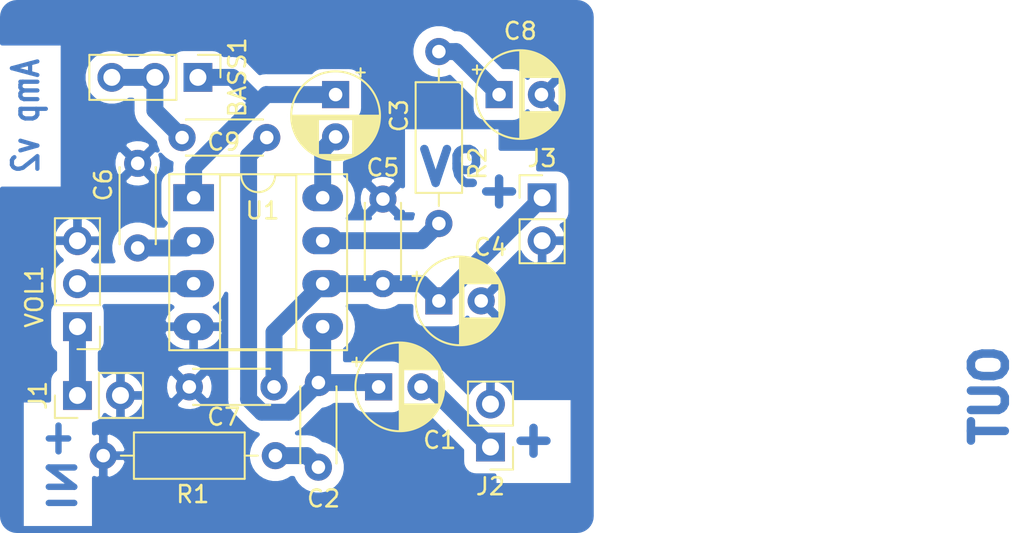
<source format=kicad_pcb>
(kicad_pcb (version 20171130) (host pcbnew "(5.1.8-0-10_14)")

  (general
    (thickness 1.6)
    (drawings 6)
    (tracks 42)
    (zones 0)
    (modules 17)
    (nets 14)
  )

  (page A4)
  (layers
    (0 F.Cu signal)
    (31 B.Cu signal)
    (32 B.Adhes user)
    (33 F.Adhes user)
    (34 B.Paste user)
    (35 F.Paste user)
    (36 B.SilkS user)
    (37 F.SilkS user)
    (38 B.Mask user)
    (39 F.Mask user)
    (40 Dwgs.User user)
    (41 Cmts.User user)
    (42 Eco1.User user)
    (43 Eco2.User user)
    (44 Edge.Cuts user)
    (45 Margin user)
    (46 B.CrtYd user)
    (47 F.CrtYd user)
    (48 B.Fab user)
    (49 F.Fab user)
  )

  (setup
    (last_trace_width 1)
    (user_trace_width 0.5)
    (user_trace_width 1)
    (trace_clearance 0.2)
    (zone_clearance 0.7)
    (zone_45_only no)
    (trace_min 0.2)
    (via_size 0.8)
    (via_drill 0.4)
    (via_min_size 0.4)
    (via_min_drill 0.3)
    (uvia_size 0.3)
    (uvia_drill 0.1)
    (uvias_allowed no)
    (uvia_min_size 0.2)
    (uvia_min_drill 0.1)
    (edge_width 0.05)
    (segment_width 0.2)
    (pcb_text_width 0.3)
    (pcb_text_size 1.5 1.5)
    (mod_edge_width 0.12)
    (mod_text_size 1 1)
    (mod_text_width 0.15)
    (pad_size 1.524 1.524)
    (pad_drill 0.762)
    (pad_to_mask_clearance 0.051)
    (solder_mask_min_width 0.25)
    (aux_axis_origin 0 0)
    (visible_elements FFFFFF7F)
    (pcbplotparams
      (layerselection 0x010fc_ffffffff)
      (usegerberextensions false)
      (usegerberattributes false)
      (usegerberadvancedattributes false)
      (creategerberjobfile false)
      (excludeedgelayer true)
      (linewidth 0.100000)
      (plotframeref false)
      (viasonmask false)
      (mode 1)
      (useauxorigin false)
      (hpglpennumber 1)
      (hpglpenspeed 20)
      (hpglpendiameter 15.000000)
      (psnegative false)
      (psa4output false)
      (plotreference true)
      (plotvalue true)
      (plotinvisibletext false)
      (padsonsilk false)
      (subtractmaskfromsilk false)
      (outputformat 1)
      (mirror false)
      (drillshape 1)
      (scaleselection 1)
      (outputdirectory ""))
  )

  (net 0 "")
  (net 1 "Net-(C1-Pad2)")
  (net 2 "Net-(C1-Pad1)")
  (net 3 GND)
  (net 4 +9V)
  (net 5 "Net-(J1-Pad1)")
  (net 6 "Net-(U1-Pad3)")
  (net 7 "Net-(BASS1-Pad2)")
  (net 8 "Net-(BASS1-Pad1)")
  (net 9 "Net-(C2-Pad2)")
  (net 10 "Net-(C3-Pad2)")
  (net 11 "Net-(C6-Pad2)")
  (net 12 "Net-(C8-Pad1)")
  (net 13 "Net-(R2-Pad2)")

  (net_class Default "This is the default net class."
    (clearance 0.2)
    (trace_width 0.25)
    (via_dia 0.8)
    (via_drill 0.4)
    (uvia_dia 0.3)
    (uvia_drill 0.1)
    (add_net +9V)
    (add_net GND)
    (add_net "Net-(BASS1-Pad1)")
    (add_net "Net-(BASS1-Pad2)")
    (add_net "Net-(C1-Pad1)")
    (add_net "Net-(C1-Pad2)")
    (add_net "Net-(C2-Pad2)")
    (add_net "Net-(C3-Pad2)")
    (add_net "Net-(C6-Pad2)")
    (add_net "Net-(C8-Pad1)")
    (add_net "Net-(J1-Pad1)")
    (add_net "Net-(R2-Pad2)")
    (add_net "Net-(U1-Pad3)")
  )

  (module Resistor_THT:R_Axial_DIN0207_L6.3mm_D2.5mm_P10.16mm_Horizontal (layer F.Cu) (tedit 5AE5139B) (tstamp 5FD3CDB0)
    (at 152.4 91.44 270)
    (descr "Resistor, Axial_DIN0207 series, Axial, Horizontal, pin pitch=10.16mm, 0.25W = 1/4W, length*diameter=6.3*2.5mm^2, http://cdn-reichelt.de/documents/datenblatt/B400/1_4W%23YAG.pdf")
    (tags "Resistor Axial_DIN0207 series Axial Horizontal pin pitch 10.16mm 0.25W = 1/4W length 6.3mm diameter 2.5mm")
    (path /5FD4067C)
    (fp_text reference R2 (at 6.604 -2.286 90) (layer F.SilkS)
      (effects (font (size 1 1) (thickness 0.15)))
    )
    (fp_text value 10k (at 7.112 -2.54 90) (layer F.Fab)
      (effects (font (size 1 1) (thickness 0.15)))
    )
    (fp_text user %R (at 5.08 0 90) (layer F.Fab)
      (effects (font (size 1 1) (thickness 0.15)))
    )
    (fp_line (start 1.93 -1.25) (end 1.93 1.25) (layer F.Fab) (width 0.1))
    (fp_line (start 1.93 1.25) (end 8.23 1.25) (layer F.Fab) (width 0.1))
    (fp_line (start 8.23 1.25) (end 8.23 -1.25) (layer F.Fab) (width 0.1))
    (fp_line (start 8.23 -1.25) (end 1.93 -1.25) (layer F.Fab) (width 0.1))
    (fp_line (start 0 0) (end 1.93 0) (layer F.Fab) (width 0.1))
    (fp_line (start 10.16 0) (end 8.23 0) (layer F.Fab) (width 0.1))
    (fp_line (start 1.81 -1.37) (end 1.81 1.37) (layer F.SilkS) (width 0.12))
    (fp_line (start 1.81 1.37) (end 8.35 1.37) (layer F.SilkS) (width 0.12))
    (fp_line (start 8.35 1.37) (end 8.35 -1.37) (layer F.SilkS) (width 0.12))
    (fp_line (start 8.35 -1.37) (end 1.81 -1.37) (layer F.SilkS) (width 0.12))
    (fp_line (start 1.04 0) (end 1.81 0) (layer F.SilkS) (width 0.12))
    (fp_line (start 9.12 0) (end 8.35 0) (layer F.SilkS) (width 0.12))
    (fp_line (start -1.05 -1.5) (end -1.05 1.5) (layer F.CrtYd) (width 0.05))
    (fp_line (start -1.05 1.5) (end 11.21 1.5) (layer F.CrtYd) (width 0.05))
    (fp_line (start 11.21 1.5) (end 11.21 -1.5) (layer F.CrtYd) (width 0.05))
    (fp_line (start 11.21 -1.5) (end -1.05 -1.5) (layer F.CrtYd) (width 0.05))
    (pad 2 thru_hole oval (at 10.16 0 270) (size 1.6 1.6) (drill 0.8) (layers *.Cu *.Mask)
      (net 13 "Net-(R2-Pad2)"))
    (pad 1 thru_hole circle (at 0 0 270) (size 1.6 1.6) (drill 0.8) (layers *.Cu *.Mask)
      (net 12 "Net-(C8-Pad1)"))
    (model ${KISYS3DMOD}/Resistor_THT.3dshapes/R_Axial_DIN0207_L6.3mm_D2.5mm_P10.16mm_Horizontal.wrl
      (at (xyz 0 0 0))
      (scale (xyz 1 1 1))
      (rotate (xyz 0 0 0))
    )
  )

  (module Capacitor_THT:C_Disc_D4.3mm_W1.9mm_P5.00mm (layer F.Cu) (tedit 5AE50EF0) (tstamp 5FD3D724)
    (at 142.24 96.52 180)
    (descr "C, Disc series, Radial, pin pitch=5.00mm, , diameter*width=4.3*1.9mm^2, Capacitor, http://www.vishay.com/docs/45233/krseries.pdf")
    (tags "C Disc series Radial pin pitch 5.00mm  diameter 4.3mm width 1.9mm Capacitor")
    (path /5FD4A35E)
    (fp_text reference C9 (at 2.54 -0.254) (layer F.SilkS)
      (effects (font (size 1 1) (thickness 0.15)))
    )
    (fp_text value 0.033uF (at 0.762 4.572 270) (layer F.Fab)
      (effects (font (size 1 1) (thickness 0.15)))
    )
    (fp_text user %R (at 2.5 0) (layer F.Fab)
      (effects (font (size 0.86 0.86) (thickness 0.129)))
    )
    (fp_line (start 0.35 -0.95) (end 0.35 0.95) (layer F.Fab) (width 0.1))
    (fp_line (start 0.35 0.95) (end 4.65 0.95) (layer F.Fab) (width 0.1))
    (fp_line (start 4.65 0.95) (end 4.65 -0.95) (layer F.Fab) (width 0.1))
    (fp_line (start 4.65 -0.95) (end 0.35 -0.95) (layer F.Fab) (width 0.1))
    (fp_line (start 0.23 -1.07) (end 4.77 -1.07) (layer F.SilkS) (width 0.12))
    (fp_line (start 0.23 1.07) (end 4.77 1.07) (layer F.SilkS) (width 0.12))
    (fp_line (start 0.23 -1.07) (end 0.23 -1.055) (layer F.SilkS) (width 0.12))
    (fp_line (start 0.23 1.055) (end 0.23 1.07) (layer F.SilkS) (width 0.12))
    (fp_line (start 4.77 -1.07) (end 4.77 -1.055) (layer F.SilkS) (width 0.12))
    (fp_line (start 4.77 1.055) (end 4.77 1.07) (layer F.SilkS) (width 0.12))
    (fp_line (start -1.05 -1.2) (end -1.05 1.2) (layer F.CrtYd) (width 0.05))
    (fp_line (start -1.05 1.2) (end 6.05 1.2) (layer F.CrtYd) (width 0.05))
    (fp_line (start 6.05 1.2) (end 6.05 -1.2) (layer F.CrtYd) (width 0.05))
    (fp_line (start 6.05 -1.2) (end -1.05 -1.2) (layer F.CrtYd) (width 0.05))
    (pad 2 thru_hole circle (at 5 0 180) (size 1.6 1.6) (drill 0.8) (layers *.Cu *.Mask)
      (net 7 "Net-(BASS1-Pad2)"))
    (pad 1 thru_hole circle (at 0 0 180) (size 1.6 1.6) (drill 0.8) (layers *.Cu *.Mask)
      (net 2 "Net-(C1-Pad1)"))
    (model ${KISYS3DMOD}/Capacitor_THT.3dshapes/C_Disc_D4.3mm_W1.9mm_P5.00mm.wrl
      (at (xyz 0 0 0))
      (scale (xyz 1 1 1))
      (rotate (xyz 0 0 0))
    )
  )

  (module Capacitor_THT:C_Disc_D4.3mm_W1.9mm_P5.00mm (layer F.Cu) (tedit 5AE50EF0) (tstamp 5FD3CC57)
    (at 137.668 111.252)
    (descr "C, Disc series, Radial, pin pitch=5.00mm, , diameter*width=4.3*1.9mm^2, Capacitor, http://www.vishay.com/docs/45233/krseries.pdf")
    (tags "C Disc series Radial pin pitch 5.00mm  diameter 4.3mm width 1.9mm Capacitor")
    (path /5FD41419)
    (fp_text reference C7 (at 2.032 1.778) (layer F.SilkS)
      (effects (font (size 1 1) (thickness 0.15)))
    )
    (fp_text value 0.1uF (at 2.5 2.032) (layer F.Fab)
      (effects (font (size 1 1) (thickness 0.15)))
    )
    (fp_text user %R (at 2.5 0) (layer F.Fab)
      (effects (font (size 0.86 0.86) (thickness 0.129)))
    )
    (fp_line (start 0.35 -0.95) (end 0.35 0.95) (layer F.Fab) (width 0.1))
    (fp_line (start 0.35 0.95) (end 4.65 0.95) (layer F.Fab) (width 0.1))
    (fp_line (start 4.65 0.95) (end 4.65 -0.95) (layer F.Fab) (width 0.1))
    (fp_line (start 4.65 -0.95) (end 0.35 -0.95) (layer F.Fab) (width 0.1))
    (fp_line (start 0.23 -1.07) (end 4.77 -1.07) (layer F.SilkS) (width 0.12))
    (fp_line (start 0.23 1.07) (end 4.77 1.07) (layer F.SilkS) (width 0.12))
    (fp_line (start 0.23 -1.07) (end 0.23 -1.055) (layer F.SilkS) (width 0.12))
    (fp_line (start 0.23 1.055) (end 0.23 1.07) (layer F.SilkS) (width 0.12))
    (fp_line (start 4.77 -1.07) (end 4.77 -1.055) (layer F.SilkS) (width 0.12))
    (fp_line (start 4.77 1.055) (end 4.77 1.07) (layer F.SilkS) (width 0.12))
    (fp_line (start -1.05 -1.2) (end -1.05 1.2) (layer F.CrtYd) (width 0.05))
    (fp_line (start -1.05 1.2) (end 6.05 1.2) (layer F.CrtYd) (width 0.05))
    (fp_line (start 6.05 1.2) (end 6.05 -1.2) (layer F.CrtYd) (width 0.05))
    (fp_line (start 6.05 -1.2) (end -1.05 -1.2) (layer F.CrtYd) (width 0.05))
    (pad 2 thru_hole circle (at 5 0) (size 1.6 1.6) (drill 0.8) (layers *.Cu *.Mask)
      (net 4 +9V))
    (pad 1 thru_hole circle (at 0 0) (size 1.6 1.6) (drill 0.8) (layers *.Cu *.Mask)
      (net 3 GND))
    (model ${KISYS3DMOD}/Capacitor_THT.3dshapes/C_Disc_D4.3mm_W1.9mm_P5.00mm.wrl
      (at (xyz 0 0 0))
      (scale (xyz 1 1 1))
      (rotate (xyz 0 0 0))
    )
  )

  (module Capacitor_THT:C_Disc_D4.3mm_W1.9mm_P5.00mm (layer F.Cu) (tedit 5AE50EF0) (tstamp 5FD3CC42)
    (at 134.62 98.044 270)
    (descr "C, Disc series, Radial, pin pitch=5.00mm, , diameter*width=4.3*1.9mm^2, Capacitor, http://www.vishay.com/docs/45233/krseries.pdf")
    (tags "C Disc series Radial pin pitch 5.00mm  diameter 4.3mm width 1.9mm Capacitor")
    (path /5FD471BD)
    (fp_text reference C6 (at 1.27 2.032 90) (layer F.SilkS)
      (effects (font (size 1 1) (thickness 0.15)))
    )
    (fp_text value 470pF (at -0.508 2.2 90) (layer F.Fab)
      (effects (font (size 1 1) (thickness 0.15)))
    )
    (fp_text user %R (at 2.5 0 90) (layer F.Fab)
      (effects (font (size 0.86 0.86) (thickness 0.129)))
    )
    (fp_line (start 0.35 -0.95) (end 0.35 0.95) (layer F.Fab) (width 0.1))
    (fp_line (start 0.35 0.95) (end 4.65 0.95) (layer F.Fab) (width 0.1))
    (fp_line (start 4.65 0.95) (end 4.65 -0.95) (layer F.Fab) (width 0.1))
    (fp_line (start 4.65 -0.95) (end 0.35 -0.95) (layer F.Fab) (width 0.1))
    (fp_line (start 0.23 -1.07) (end 4.77 -1.07) (layer F.SilkS) (width 0.12))
    (fp_line (start 0.23 1.07) (end 4.77 1.07) (layer F.SilkS) (width 0.12))
    (fp_line (start 0.23 -1.07) (end 0.23 -1.055) (layer F.SilkS) (width 0.12))
    (fp_line (start 0.23 1.055) (end 0.23 1.07) (layer F.SilkS) (width 0.12))
    (fp_line (start 4.77 -1.07) (end 4.77 -1.055) (layer F.SilkS) (width 0.12))
    (fp_line (start 4.77 1.055) (end 4.77 1.07) (layer F.SilkS) (width 0.12))
    (fp_line (start -1.05 -1.2) (end -1.05 1.2) (layer F.CrtYd) (width 0.05))
    (fp_line (start -1.05 1.2) (end 6.05 1.2) (layer F.CrtYd) (width 0.05))
    (fp_line (start 6.05 1.2) (end 6.05 -1.2) (layer F.CrtYd) (width 0.05))
    (fp_line (start 6.05 -1.2) (end -1.05 -1.2) (layer F.CrtYd) (width 0.05))
    (pad 2 thru_hole circle (at 5 0 270) (size 1.6 1.6) (drill 0.8) (layers *.Cu *.Mask)
      (net 11 "Net-(C6-Pad2)"))
    (pad 1 thru_hole circle (at 0 0 270) (size 1.6 1.6) (drill 0.8) (layers *.Cu *.Mask)
      (net 3 GND))
    (model ${KISYS3DMOD}/Capacitor_THT.3dshapes/C_Disc_D4.3mm_W1.9mm_P5.00mm.wrl
      (at (xyz 0 0 0))
      (scale (xyz 1 1 1))
      (rotate (xyz 0 0 0))
    )
  )

  (module Connector_PinHeader_2.54mm:PinHeader_1x03_P2.54mm_Vertical (layer F.Cu) (tedit 59FED5CC) (tstamp 5FD3CA7C)
    (at 138.176 92.964 270)
    (descr "Through hole straight pin header, 1x03, 2.54mm pitch, single row")
    (tags "Through hole pin header THT 1x03 2.54mm single row")
    (path /5FD478B2)
    (fp_text reference BASS1 (at 0 -2.33 90) (layer F.SilkS)
      (effects (font (size 1 1) (thickness 0.15)))
    )
    (fp_text value 10k (at 0 7.41 90) (layer F.Fab)
      (effects (font (size 1 1) (thickness 0.15)))
    )
    (fp_text user %R (at 0 2.54) (layer F.Fab)
      (effects (font (size 1 1) (thickness 0.15)))
    )
    (fp_line (start -0.635 -1.27) (end 1.27 -1.27) (layer F.Fab) (width 0.1))
    (fp_line (start 1.27 -1.27) (end 1.27 6.35) (layer F.Fab) (width 0.1))
    (fp_line (start 1.27 6.35) (end -1.27 6.35) (layer F.Fab) (width 0.1))
    (fp_line (start -1.27 6.35) (end -1.27 -0.635) (layer F.Fab) (width 0.1))
    (fp_line (start -1.27 -0.635) (end -0.635 -1.27) (layer F.Fab) (width 0.1))
    (fp_line (start -1.33 6.41) (end 1.33 6.41) (layer F.SilkS) (width 0.12))
    (fp_line (start -1.33 1.27) (end -1.33 6.41) (layer F.SilkS) (width 0.12))
    (fp_line (start 1.33 1.27) (end 1.33 6.41) (layer F.SilkS) (width 0.12))
    (fp_line (start -1.33 1.27) (end 1.33 1.27) (layer F.SilkS) (width 0.12))
    (fp_line (start -1.33 0) (end -1.33 -1.33) (layer F.SilkS) (width 0.12))
    (fp_line (start -1.33 -1.33) (end 0 -1.33) (layer F.SilkS) (width 0.12))
    (fp_line (start -1.8 -1.8) (end -1.8 6.85) (layer F.CrtYd) (width 0.05))
    (fp_line (start -1.8 6.85) (end 1.8 6.85) (layer F.CrtYd) (width 0.05))
    (fp_line (start 1.8 6.85) (end 1.8 -1.8) (layer F.CrtYd) (width 0.05))
    (fp_line (start 1.8 -1.8) (end -1.8 -1.8) (layer F.CrtYd) (width 0.05))
    (pad 3 thru_hole oval (at 0 5.08 270) (size 1.7 1.7) (drill 1) (layers *.Cu *.Mask)
      (net 7 "Net-(BASS1-Pad2)"))
    (pad 2 thru_hole oval (at 0 2.54 270) (size 1.7 1.7) (drill 1) (layers *.Cu *.Mask)
      (net 7 "Net-(BASS1-Pad2)"))
    (pad 1 thru_hole rect (at 0 0 270) (size 1.7 1.7) (drill 1) (layers *.Cu *.Mask)
      (net 8 "Net-(BASS1-Pad1)"))
    (model ${KISYS3DMOD}/Connector_PinHeader_2.54mm.3dshapes/PinHeader_1x03_P2.54mm_Vertical.wrl
      (at (xyz 0 0 0))
      (scale (xyz 1 1 1))
      (rotate (xyz 0 0 0))
    )
  )

  (module Connector_PinHeader_2.54mm:PinHeader_1x03_P2.54mm_Vertical (layer F.Cu) (tedit 59FED5CC) (tstamp 5FB746B6)
    (at 131.064 107.696 180)
    (descr "Through hole straight pin header, 1x03, 2.54mm pitch, single row")
    (tags "Through hole pin header THT 1x03 2.54mm single row")
    (path /5FB6C136)
    (fp_text reference VOL1 (at 2.54 1.778 90) (layer F.SilkS)
      (effects (font (size 1 1) (thickness 0.15)))
    )
    (fp_text value 10k (at 0 7.41) (layer F.Fab)
      (effects (font (size 1 1) (thickness 0.15)))
    )
    (fp_line (start -0.635 -1.27) (end 1.27 -1.27) (layer F.Fab) (width 0.1))
    (fp_line (start 1.27 -1.27) (end 1.27 6.35) (layer F.Fab) (width 0.1))
    (fp_line (start 1.27 6.35) (end -1.27 6.35) (layer F.Fab) (width 0.1))
    (fp_line (start -1.27 6.35) (end -1.27 -0.635) (layer F.Fab) (width 0.1))
    (fp_line (start -1.27 -0.635) (end -0.635 -1.27) (layer F.Fab) (width 0.1))
    (fp_line (start -1.33 6.41) (end 1.33 6.41) (layer F.SilkS) (width 0.12))
    (fp_line (start -1.33 1.27) (end -1.33 6.41) (layer F.SilkS) (width 0.12))
    (fp_line (start 1.33 1.27) (end 1.33 6.41) (layer F.SilkS) (width 0.12))
    (fp_line (start -1.33 1.27) (end 1.33 1.27) (layer F.SilkS) (width 0.12))
    (fp_line (start -1.33 0) (end -1.33 -1.33) (layer F.SilkS) (width 0.12))
    (fp_line (start -1.33 -1.33) (end 0 -1.33) (layer F.SilkS) (width 0.12))
    (fp_line (start -1.8 -1.8) (end -1.8 6.85) (layer F.CrtYd) (width 0.05))
    (fp_line (start -1.8 6.85) (end 1.8 6.85) (layer F.CrtYd) (width 0.05))
    (fp_line (start 1.8 6.85) (end 1.8 -1.8) (layer F.CrtYd) (width 0.05))
    (fp_line (start 1.8 -1.8) (end -1.8 -1.8) (layer F.CrtYd) (width 0.05))
    (fp_text user %R (at 0 2.54 90) (layer F.Fab)
      (effects (font (size 1 1) (thickness 0.15)))
    )
    (pad 3 thru_hole oval (at 0 5.08 180) (size 1.7 1.7) (drill 1) (layers *.Cu *.Mask)
      (net 3 GND))
    (pad 2 thru_hole oval (at 0 2.54 180) (size 1.7 1.7) (drill 1) (layers *.Cu *.Mask)
      (net 6 "Net-(U1-Pad3)"))
    (pad 1 thru_hole rect (at 0 0 180) (size 1.7 1.7) (drill 1) (layers *.Cu *.Mask)
      (net 5 "Net-(J1-Pad1)"))
    (model ${KISYS3DMOD}/Connector_PinHeader_2.54mm.3dshapes/PinHeader_1x03_P2.54mm_Vertical.wrl
      (at (xyz 0 0 0))
      (scale (xyz 1 1 1))
      (rotate (xyz 0 0 0))
    )
  )

  (module Package_DIP:DIP-8_W7.62mm_Socket_LongPads (layer F.Cu) (tedit 5A02E8C5) (tstamp 5FB701CA)
    (at 137.922 100.076)
    (descr "8-lead though-hole mounted DIP package, row spacing 7.62 mm (300 mils), Socket, LongPads")
    (tags "THT DIP DIL PDIP 2.54mm 7.62mm 300mil Socket LongPads")
    (path /5FB6B710)
    (fp_text reference U1 (at 4.064 0.762) (layer F.SilkS)
      (effects (font (size 1 1) (thickness 0.15)))
    )
    (fp_text value LM386 (at 3.81 6.858) (layer F.Fab)
      (effects (font (size 1 1) (thickness 0.15)))
    )
    (fp_line (start 1.635 -1.27) (end 6.985 -1.27) (layer F.Fab) (width 0.1))
    (fp_line (start 6.985 -1.27) (end 6.985 8.89) (layer F.Fab) (width 0.1))
    (fp_line (start 6.985 8.89) (end 0.635 8.89) (layer F.Fab) (width 0.1))
    (fp_line (start 0.635 8.89) (end 0.635 -0.27) (layer F.Fab) (width 0.1))
    (fp_line (start 0.635 -0.27) (end 1.635 -1.27) (layer F.Fab) (width 0.1))
    (fp_line (start -1.27 -1.33) (end -1.27 8.95) (layer F.Fab) (width 0.1))
    (fp_line (start -1.27 8.95) (end 8.89 8.95) (layer F.Fab) (width 0.1))
    (fp_line (start 8.89 8.95) (end 8.89 -1.33) (layer F.Fab) (width 0.1))
    (fp_line (start 8.89 -1.33) (end -1.27 -1.33) (layer F.Fab) (width 0.1))
    (fp_line (start 2.81 -1.33) (end 1.56 -1.33) (layer F.SilkS) (width 0.12))
    (fp_line (start 1.56 -1.33) (end 1.56 8.95) (layer F.SilkS) (width 0.12))
    (fp_line (start 1.56 8.95) (end 6.06 8.95) (layer F.SilkS) (width 0.12))
    (fp_line (start 6.06 8.95) (end 6.06 -1.33) (layer F.SilkS) (width 0.12))
    (fp_line (start 6.06 -1.33) (end 4.81 -1.33) (layer F.SilkS) (width 0.12))
    (fp_line (start -1.44 -1.39) (end -1.44 9.01) (layer F.SilkS) (width 0.12))
    (fp_line (start -1.44 9.01) (end 9.06 9.01) (layer F.SilkS) (width 0.12))
    (fp_line (start 9.06 9.01) (end 9.06 -1.39) (layer F.SilkS) (width 0.12))
    (fp_line (start 9.06 -1.39) (end -1.44 -1.39) (layer F.SilkS) (width 0.12))
    (fp_line (start -1.55 -1.6) (end -1.55 9.2) (layer F.CrtYd) (width 0.05))
    (fp_line (start -1.55 9.2) (end 9.15 9.2) (layer F.CrtYd) (width 0.05))
    (fp_line (start 9.15 9.2) (end 9.15 -1.6) (layer F.CrtYd) (width 0.05))
    (fp_line (start 9.15 -1.6) (end -1.55 -1.6) (layer F.CrtYd) (width 0.05))
    (fp_text user %R (at 3.81 3.81) (layer F.Fab)
      (effects (font (size 1 1) (thickness 0.15)))
    )
    (fp_arc (start 3.81 -1.33) (end 2.81 -1.33) (angle -180) (layer F.SilkS) (width 0.12))
    (pad 8 thru_hole oval (at 7.62 0) (size 2.4 1.6) (drill 0.8) (layers *.Cu *.Mask)
      (net 10 "Net-(C3-Pad2)"))
    (pad 4 thru_hole oval (at 0 7.62) (size 2.4 1.6) (drill 0.8) (layers *.Cu *.Mask)
      (net 3 GND))
    (pad 7 thru_hole oval (at 7.62 2.54) (size 2.4 1.6) (drill 0.8) (layers *.Cu *.Mask)
      (net 13 "Net-(R2-Pad2)"))
    (pad 3 thru_hole oval (at 0 5.08) (size 2.4 1.6) (drill 0.8) (layers *.Cu *.Mask)
      (net 6 "Net-(U1-Pad3)"))
    (pad 6 thru_hole oval (at 7.62 5.08) (size 2.4 1.6) (drill 0.8) (layers *.Cu *.Mask)
      (net 4 +9V))
    (pad 2 thru_hole oval (at 0 2.54) (size 2.4 1.6) (drill 0.8) (layers *.Cu *.Mask)
      (net 11 "Net-(C6-Pad2)"))
    (pad 5 thru_hole oval (at 7.62 7.62) (size 2.4 1.6) (drill 0.8) (layers *.Cu *.Mask)
      (net 2 "Net-(C1-Pad1)"))
    (pad 1 thru_hole rect (at 0 0) (size 2.4 1.6) (drill 0.8) (layers *.Cu *.Mask)
      (net 8 "Net-(BASS1-Pad1)"))
    (model ${KISYS3DMOD}/Package_DIP.3dshapes/DIP-8_W7.62mm_Socket.wrl
      (at (xyz 0 0 0))
      (scale (xyz 1 1 1))
      (rotate (xyz 0 0 0))
    )
  )

  (module Resistor_THT:R_Axial_DIN0207_L6.3mm_D2.5mm_P10.16mm_Horizontal (layer F.Cu) (tedit 5AE5139B) (tstamp 5FB701A6)
    (at 142.748 115.316 180)
    (descr "Resistor, Axial_DIN0207 series, Axial, Horizontal, pin pitch=10.16mm, 0.25W = 1/4W, length*diameter=6.3*2.5mm^2, http://cdn-reichelt.de/documents/datenblatt/B400/1_4W%23YAG.pdf")
    (tags "Resistor Axial_DIN0207 series Axial Horizontal pin pitch 10.16mm 0.25W = 1/4W length 6.3mm diameter 2.5mm")
    (path /5FB7CB58)
    (fp_text reference R1 (at 4.8768 -2.286) (layer F.SilkS)
      (effects (font (size 1 1) (thickness 0.15)))
    )
    (fp_text value 10R (at 4.572 -2.54) (layer F.Fab)
      (effects (font (size 1 1) (thickness 0.15)))
    )
    (fp_line (start 1.93 -1.25) (end 1.93 1.25) (layer F.Fab) (width 0.1))
    (fp_line (start 1.93 1.25) (end 8.23 1.25) (layer F.Fab) (width 0.1))
    (fp_line (start 8.23 1.25) (end 8.23 -1.25) (layer F.Fab) (width 0.1))
    (fp_line (start 8.23 -1.25) (end 1.93 -1.25) (layer F.Fab) (width 0.1))
    (fp_line (start 0 0) (end 1.93 0) (layer F.Fab) (width 0.1))
    (fp_line (start 10.16 0) (end 8.23 0) (layer F.Fab) (width 0.1))
    (fp_line (start 1.81 -1.37) (end 1.81 1.37) (layer F.SilkS) (width 0.12))
    (fp_line (start 1.81 1.37) (end 8.35 1.37) (layer F.SilkS) (width 0.12))
    (fp_line (start 8.35 1.37) (end 8.35 -1.37) (layer F.SilkS) (width 0.12))
    (fp_line (start 8.35 -1.37) (end 1.81 -1.37) (layer F.SilkS) (width 0.12))
    (fp_line (start 1.04 0) (end 1.81 0) (layer F.SilkS) (width 0.12))
    (fp_line (start 9.12 0) (end 8.35 0) (layer F.SilkS) (width 0.12))
    (fp_line (start -1.05 -1.5) (end -1.05 1.5) (layer F.CrtYd) (width 0.05))
    (fp_line (start -1.05 1.5) (end 11.21 1.5) (layer F.CrtYd) (width 0.05))
    (fp_line (start 11.21 1.5) (end 11.21 -1.5) (layer F.CrtYd) (width 0.05))
    (fp_line (start 11.21 -1.5) (end -1.05 -1.5) (layer F.CrtYd) (width 0.05))
    (fp_text user %R (at 5.08 0) (layer F.Fab)
      (effects (font (size 1 1) (thickness 0.15)))
    )
    (pad 2 thru_hole oval (at 10.16 0 180) (size 1.6 1.6) (drill 0.8) (layers *.Cu *.Mask)
      (net 3 GND))
    (pad 1 thru_hole circle (at 0 0 180) (size 1.6 1.6) (drill 0.8) (layers *.Cu *.Mask)
      (net 9 "Net-(C2-Pad2)"))
    (model ${KISYS3DMOD}/Resistor_THT.3dshapes/R_Axial_DIN0207_L6.3mm_D2.5mm_P10.16mm_Horizontal.wrl
      (at (xyz 0 0 0))
      (scale (xyz 1 1 1))
      (rotate (xyz 0 0 0))
    )
  )

  (module Connector_PinHeader_2.54mm:PinHeader_1x02_P2.54mm_Vertical (layer F.Cu) (tedit 59FED5CC) (tstamp 5FB7018F)
    (at 158.496 100.076)
    (descr "Through hole straight pin header, 1x02, 2.54mm pitch, single row")
    (tags "Through hole pin header THT 1x02 2.54mm single row")
    (path /5FB8132E)
    (fp_text reference J3 (at 0 -2.33) (layer F.SilkS)
      (effects (font (size 1 1) (thickness 0.15)))
    )
    (fp_text value POW (at 0 4.87) (layer F.Fab)
      (effects (font (size 1 1) (thickness 0.15)))
    )
    (fp_line (start -0.635 -1.27) (end 1.27 -1.27) (layer F.Fab) (width 0.1))
    (fp_line (start 1.27 -1.27) (end 1.27 3.81) (layer F.Fab) (width 0.1))
    (fp_line (start 1.27 3.81) (end -1.27 3.81) (layer F.Fab) (width 0.1))
    (fp_line (start -1.27 3.81) (end -1.27 -0.635) (layer F.Fab) (width 0.1))
    (fp_line (start -1.27 -0.635) (end -0.635 -1.27) (layer F.Fab) (width 0.1))
    (fp_line (start -1.33 3.87) (end 1.33 3.87) (layer F.SilkS) (width 0.12))
    (fp_line (start -1.33 1.27) (end -1.33 3.87) (layer F.SilkS) (width 0.12))
    (fp_line (start 1.33 1.27) (end 1.33 3.87) (layer F.SilkS) (width 0.12))
    (fp_line (start -1.33 1.27) (end 1.33 1.27) (layer F.SilkS) (width 0.12))
    (fp_line (start -1.33 0) (end -1.33 -1.33) (layer F.SilkS) (width 0.12))
    (fp_line (start -1.33 -1.33) (end 0 -1.33) (layer F.SilkS) (width 0.12))
    (fp_line (start -1.8 -1.8) (end -1.8 4.35) (layer F.CrtYd) (width 0.05))
    (fp_line (start -1.8 4.35) (end 1.8 4.35) (layer F.CrtYd) (width 0.05))
    (fp_line (start 1.8 4.35) (end 1.8 -1.8) (layer F.CrtYd) (width 0.05))
    (fp_line (start 1.8 -1.8) (end -1.8 -1.8) (layer F.CrtYd) (width 0.05))
    (fp_text user %R (at 0 1.27 90) (layer F.Fab)
      (effects (font (size 1 1) (thickness 0.15)))
    )
    (pad 2 thru_hole oval (at 0 2.54) (size 1.7 1.7) (drill 1) (layers *.Cu *.Mask)
      (net 3 GND))
    (pad 1 thru_hole rect (at 0 0) (size 1.7 1.7) (drill 1) (layers *.Cu *.Mask)
      (net 4 +9V))
    (model ${KISYS3DMOD}/Connector_PinHeader_2.54mm.3dshapes/PinHeader_1x02_P2.54mm_Vertical.wrl
      (at (xyz 0 0 0))
      (scale (xyz 1 1 1))
      (rotate (xyz 0 0 0))
    )
  )

  (module Connector_PinHeader_2.54mm:PinHeader_1x02_P2.54mm_Vertical (layer F.Cu) (tedit 59FED5CC) (tstamp 5FB70179)
    (at 155.448 114.808 180)
    (descr "Through hole straight pin header, 1x02, 2.54mm pitch, single row")
    (tags "Through hole pin header THT 1x02 2.54mm single row")
    (path /5FB6D3D0)
    (fp_text reference J2 (at 0 -2.33) (layer F.SilkS)
      (effects (font (size 1 1) (thickness 0.15)))
    )
    (fp_text value OUT (at 0 4.87) (layer F.Fab)
      (effects (font (size 1 1) (thickness 0.15)))
    )
    (fp_line (start -0.635 -1.27) (end 1.27 -1.27) (layer F.Fab) (width 0.1))
    (fp_line (start 1.27 -1.27) (end 1.27 3.81) (layer F.Fab) (width 0.1))
    (fp_line (start 1.27 3.81) (end -1.27 3.81) (layer F.Fab) (width 0.1))
    (fp_line (start -1.27 3.81) (end -1.27 -0.635) (layer F.Fab) (width 0.1))
    (fp_line (start -1.27 -0.635) (end -0.635 -1.27) (layer F.Fab) (width 0.1))
    (fp_line (start -1.33 3.87) (end 1.33 3.87) (layer F.SilkS) (width 0.12))
    (fp_line (start -1.33 1.27) (end -1.33 3.87) (layer F.SilkS) (width 0.12))
    (fp_line (start 1.33 1.27) (end 1.33 3.87) (layer F.SilkS) (width 0.12))
    (fp_line (start -1.33 1.27) (end 1.33 1.27) (layer F.SilkS) (width 0.12))
    (fp_line (start -1.33 0) (end -1.33 -1.33) (layer F.SilkS) (width 0.12))
    (fp_line (start -1.33 -1.33) (end 0 -1.33) (layer F.SilkS) (width 0.12))
    (fp_line (start -1.8 -1.8) (end -1.8 4.35) (layer F.CrtYd) (width 0.05))
    (fp_line (start -1.8 4.35) (end 1.8 4.35) (layer F.CrtYd) (width 0.05))
    (fp_line (start 1.8 4.35) (end 1.8 -1.8) (layer F.CrtYd) (width 0.05))
    (fp_line (start 1.8 -1.8) (end -1.8 -1.8) (layer F.CrtYd) (width 0.05))
    (fp_text user %R (at 0 1.27 90) (layer F.Fab)
      (effects (font (size 1 1) (thickness 0.15)))
    )
    (pad 2 thru_hole oval (at 0 2.54 180) (size 1.7 1.7) (drill 1) (layers *.Cu *.Mask)
      (net 3 GND))
    (pad 1 thru_hole rect (at 0 0 180) (size 1.7 1.7) (drill 1) (layers *.Cu *.Mask)
      (net 1 "Net-(C1-Pad2)"))
    (model ${KISYS3DMOD}/Connector_PinHeader_2.54mm.3dshapes/PinHeader_1x02_P2.54mm_Vertical.wrl
      (at (xyz 0 0 0))
      (scale (xyz 1 1 1))
      (rotate (xyz 0 0 0))
    )
  )

  (module Connector_PinHeader_2.54mm:PinHeader_1x02_P2.54mm_Vertical (layer F.Cu) (tedit 59FED5CC) (tstamp 5FB70163)
    (at 131.064 111.76 90)
    (descr "Through hole straight pin header, 1x02, 2.54mm pitch, single row")
    (tags "Through hole pin header THT 1x02 2.54mm single row")
    (path /5FB6D306)
    (fp_text reference J1 (at 0 -2.33 90) (layer F.SilkS)
      (effects (font (size 1 1) (thickness 0.15)))
    )
    (fp_text value IN (at -2.667 1.143 180) (layer F.Fab)
      (effects (font (size 1 1) (thickness 0.15)))
    )
    (fp_line (start -0.635 -1.27) (end 1.27 -1.27) (layer F.Fab) (width 0.1))
    (fp_line (start 1.27 -1.27) (end 1.27 3.81) (layer F.Fab) (width 0.1))
    (fp_line (start 1.27 3.81) (end -1.27 3.81) (layer F.Fab) (width 0.1))
    (fp_line (start -1.27 3.81) (end -1.27 -0.635) (layer F.Fab) (width 0.1))
    (fp_line (start -1.27 -0.635) (end -0.635 -1.27) (layer F.Fab) (width 0.1))
    (fp_line (start -1.33 3.87) (end 1.33 3.87) (layer F.SilkS) (width 0.12))
    (fp_line (start -1.33 1.27) (end -1.33 3.87) (layer F.SilkS) (width 0.12))
    (fp_line (start 1.33 1.27) (end 1.33 3.87) (layer F.SilkS) (width 0.12))
    (fp_line (start -1.33 1.27) (end 1.33 1.27) (layer F.SilkS) (width 0.12))
    (fp_line (start -1.33 0) (end -1.33 -1.33) (layer F.SilkS) (width 0.12))
    (fp_line (start -1.33 -1.33) (end 0 -1.33) (layer F.SilkS) (width 0.12))
    (fp_line (start -1.8 -1.8) (end -1.8 4.35) (layer F.CrtYd) (width 0.05))
    (fp_line (start -1.8 4.35) (end 1.8 4.35) (layer F.CrtYd) (width 0.05))
    (fp_line (start 1.8 4.35) (end 1.8 -1.8) (layer F.CrtYd) (width 0.05))
    (fp_line (start 1.8 -1.8) (end -1.8 -1.8) (layer F.CrtYd) (width 0.05))
    (fp_text user %R (at 0 1.27) (layer F.Fab)
      (effects (font (size 1 1) (thickness 0.15)))
    )
    (pad 2 thru_hole oval (at 0 2.54 90) (size 1.7 1.7) (drill 1) (layers *.Cu *.Mask)
      (net 3 GND))
    (pad 1 thru_hole rect (at 0 0 90) (size 1.7 1.7) (drill 1) (layers *.Cu *.Mask)
      (net 5 "Net-(J1-Pad1)"))
    (model ${KISYS3DMOD}/Connector_PinHeader_2.54mm.3dshapes/PinHeader_1x02_P2.54mm_Vertical.wrl
      (at (xyz 0 0 0))
      (scale (xyz 1 1 1))
      (rotate (xyz 0 0 0))
    )
  )

  (module Capacitor_THT:CP_Radial_D5.0mm_P2.50mm (layer F.Cu) (tedit 5AE50EF0) (tstamp 5FB7014D)
    (at 155.956 93.98)
    (descr "CP, Radial series, Radial, pin pitch=2.50mm, , diameter=5mm, Electrolytic Capacitor")
    (tags "CP Radial series Radial pin pitch 2.50mm  diameter 5mm Electrolytic Capacitor")
    (path /5FB7E755)
    (fp_text reference C8 (at 1.25 -3.75) (layer F.SilkS)
      (effects (font (size 1 1) (thickness 0.15)))
    )
    (fp_text value 10uF (at 1.25 -3.683) (layer F.Fab)
      (effects (font (size 1 1) (thickness 0.15)))
    )
    (fp_circle (center 1.25 0) (end 3.75 0) (layer F.Fab) (width 0.1))
    (fp_circle (center 1.25 0) (end 3.87 0) (layer F.SilkS) (width 0.12))
    (fp_circle (center 1.25 0) (end 4 0) (layer F.CrtYd) (width 0.05))
    (fp_line (start -0.883605 -1.0875) (end -0.383605 -1.0875) (layer F.Fab) (width 0.1))
    (fp_line (start -0.633605 -1.3375) (end -0.633605 -0.8375) (layer F.Fab) (width 0.1))
    (fp_line (start 1.25 -2.58) (end 1.25 2.58) (layer F.SilkS) (width 0.12))
    (fp_line (start 1.29 -2.58) (end 1.29 2.58) (layer F.SilkS) (width 0.12))
    (fp_line (start 1.33 -2.579) (end 1.33 2.579) (layer F.SilkS) (width 0.12))
    (fp_line (start 1.37 -2.578) (end 1.37 2.578) (layer F.SilkS) (width 0.12))
    (fp_line (start 1.41 -2.576) (end 1.41 2.576) (layer F.SilkS) (width 0.12))
    (fp_line (start 1.45 -2.573) (end 1.45 2.573) (layer F.SilkS) (width 0.12))
    (fp_line (start 1.49 -2.569) (end 1.49 -1.04) (layer F.SilkS) (width 0.12))
    (fp_line (start 1.49 1.04) (end 1.49 2.569) (layer F.SilkS) (width 0.12))
    (fp_line (start 1.53 -2.565) (end 1.53 -1.04) (layer F.SilkS) (width 0.12))
    (fp_line (start 1.53 1.04) (end 1.53 2.565) (layer F.SilkS) (width 0.12))
    (fp_line (start 1.57 -2.561) (end 1.57 -1.04) (layer F.SilkS) (width 0.12))
    (fp_line (start 1.57 1.04) (end 1.57 2.561) (layer F.SilkS) (width 0.12))
    (fp_line (start 1.61 -2.556) (end 1.61 -1.04) (layer F.SilkS) (width 0.12))
    (fp_line (start 1.61 1.04) (end 1.61 2.556) (layer F.SilkS) (width 0.12))
    (fp_line (start 1.65 -2.55) (end 1.65 -1.04) (layer F.SilkS) (width 0.12))
    (fp_line (start 1.65 1.04) (end 1.65 2.55) (layer F.SilkS) (width 0.12))
    (fp_line (start 1.69 -2.543) (end 1.69 -1.04) (layer F.SilkS) (width 0.12))
    (fp_line (start 1.69 1.04) (end 1.69 2.543) (layer F.SilkS) (width 0.12))
    (fp_line (start 1.73 -2.536) (end 1.73 -1.04) (layer F.SilkS) (width 0.12))
    (fp_line (start 1.73 1.04) (end 1.73 2.536) (layer F.SilkS) (width 0.12))
    (fp_line (start 1.77 -2.528) (end 1.77 -1.04) (layer F.SilkS) (width 0.12))
    (fp_line (start 1.77 1.04) (end 1.77 2.528) (layer F.SilkS) (width 0.12))
    (fp_line (start 1.81 -2.52) (end 1.81 -1.04) (layer F.SilkS) (width 0.12))
    (fp_line (start 1.81 1.04) (end 1.81 2.52) (layer F.SilkS) (width 0.12))
    (fp_line (start 1.85 -2.511) (end 1.85 -1.04) (layer F.SilkS) (width 0.12))
    (fp_line (start 1.85 1.04) (end 1.85 2.511) (layer F.SilkS) (width 0.12))
    (fp_line (start 1.89 -2.501) (end 1.89 -1.04) (layer F.SilkS) (width 0.12))
    (fp_line (start 1.89 1.04) (end 1.89 2.501) (layer F.SilkS) (width 0.12))
    (fp_line (start 1.93 -2.491) (end 1.93 -1.04) (layer F.SilkS) (width 0.12))
    (fp_line (start 1.93 1.04) (end 1.93 2.491) (layer F.SilkS) (width 0.12))
    (fp_line (start 1.971 -2.48) (end 1.971 -1.04) (layer F.SilkS) (width 0.12))
    (fp_line (start 1.971 1.04) (end 1.971 2.48) (layer F.SilkS) (width 0.12))
    (fp_line (start 2.011 -2.468) (end 2.011 -1.04) (layer F.SilkS) (width 0.12))
    (fp_line (start 2.011 1.04) (end 2.011 2.468) (layer F.SilkS) (width 0.12))
    (fp_line (start 2.051 -2.455) (end 2.051 -1.04) (layer F.SilkS) (width 0.12))
    (fp_line (start 2.051 1.04) (end 2.051 2.455) (layer F.SilkS) (width 0.12))
    (fp_line (start 2.091 -2.442) (end 2.091 -1.04) (layer F.SilkS) (width 0.12))
    (fp_line (start 2.091 1.04) (end 2.091 2.442) (layer F.SilkS) (width 0.12))
    (fp_line (start 2.131 -2.428) (end 2.131 -1.04) (layer F.SilkS) (width 0.12))
    (fp_line (start 2.131 1.04) (end 2.131 2.428) (layer F.SilkS) (width 0.12))
    (fp_line (start 2.171 -2.414) (end 2.171 -1.04) (layer F.SilkS) (width 0.12))
    (fp_line (start 2.171 1.04) (end 2.171 2.414) (layer F.SilkS) (width 0.12))
    (fp_line (start 2.211 -2.398) (end 2.211 -1.04) (layer F.SilkS) (width 0.12))
    (fp_line (start 2.211 1.04) (end 2.211 2.398) (layer F.SilkS) (width 0.12))
    (fp_line (start 2.251 -2.382) (end 2.251 -1.04) (layer F.SilkS) (width 0.12))
    (fp_line (start 2.251 1.04) (end 2.251 2.382) (layer F.SilkS) (width 0.12))
    (fp_line (start 2.291 -2.365) (end 2.291 -1.04) (layer F.SilkS) (width 0.12))
    (fp_line (start 2.291 1.04) (end 2.291 2.365) (layer F.SilkS) (width 0.12))
    (fp_line (start 2.331 -2.348) (end 2.331 -1.04) (layer F.SilkS) (width 0.12))
    (fp_line (start 2.331 1.04) (end 2.331 2.348) (layer F.SilkS) (width 0.12))
    (fp_line (start 2.371 -2.329) (end 2.371 -1.04) (layer F.SilkS) (width 0.12))
    (fp_line (start 2.371 1.04) (end 2.371 2.329) (layer F.SilkS) (width 0.12))
    (fp_line (start 2.411 -2.31) (end 2.411 -1.04) (layer F.SilkS) (width 0.12))
    (fp_line (start 2.411 1.04) (end 2.411 2.31) (layer F.SilkS) (width 0.12))
    (fp_line (start 2.451 -2.29) (end 2.451 -1.04) (layer F.SilkS) (width 0.12))
    (fp_line (start 2.451 1.04) (end 2.451 2.29) (layer F.SilkS) (width 0.12))
    (fp_line (start 2.491 -2.268) (end 2.491 -1.04) (layer F.SilkS) (width 0.12))
    (fp_line (start 2.491 1.04) (end 2.491 2.268) (layer F.SilkS) (width 0.12))
    (fp_line (start 2.531 -2.247) (end 2.531 -1.04) (layer F.SilkS) (width 0.12))
    (fp_line (start 2.531 1.04) (end 2.531 2.247) (layer F.SilkS) (width 0.12))
    (fp_line (start 2.571 -2.224) (end 2.571 -1.04) (layer F.SilkS) (width 0.12))
    (fp_line (start 2.571 1.04) (end 2.571 2.224) (layer F.SilkS) (width 0.12))
    (fp_line (start 2.611 -2.2) (end 2.611 -1.04) (layer F.SilkS) (width 0.12))
    (fp_line (start 2.611 1.04) (end 2.611 2.2) (layer F.SilkS) (width 0.12))
    (fp_line (start 2.651 -2.175) (end 2.651 -1.04) (layer F.SilkS) (width 0.12))
    (fp_line (start 2.651 1.04) (end 2.651 2.175) (layer F.SilkS) (width 0.12))
    (fp_line (start 2.691 -2.149) (end 2.691 -1.04) (layer F.SilkS) (width 0.12))
    (fp_line (start 2.691 1.04) (end 2.691 2.149) (layer F.SilkS) (width 0.12))
    (fp_line (start 2.731 -2.122) (end 2.731 -1.04) (layer F.SilkS) (width 0.12))
    (fp_line (start 2.731 1.04) (end 2.731 2.122) (layer F.SilkS) (width 0.12))
    (fp_line (start 2.771 -2.095) (end 2.771 -1.04) (layer F.SilkS) (width 0.12))
    (fp_line (start 2.771 1.04) (end 2.771 2.095) (layer F.SilkS) (width 0.12))
    (fp_line (start 2.811 -2.065) (end 2.811 -1.04) (layer F.SilkS) (width 0.12))
    (fp_line (start 2.811 1.04) (end 2.811 2.065) (layer F.SilkS) (width 0.12))
    (fp_line (start 2.851 -2.035) (end 2.851 -1.04) (layer F.SilkS) (width 0.12))
    (fp_line (start 2.851 1.04) (end 2.851 2.035) (layer F.SilkS) (width 0.12))
    (fp_line (start 2.891 -2.004) (end 2.891 -1.04) (layer F.SilkS) (width 0.12))
    (fp_line (start 2.891 1.04) (end 2.891 2.004) (layer F.SilkS) (width 0.12))
    (fp_line (start 2.931 -1.971) (end 2.931 -1.04) (layer F.SilkS) (width 0.12))
    (fp_line (start 2.931 1.04) (end 2.931 1.971) (layer F.SilkS) (width 0.12))
    (fp_line (start 2.971 -1.937) (end 2.971 -1.04) (layer F.SilkS) (width 0.12))
    (fp_line (start 2.971 1.04) (end 2.971 1.937) (layer F.SilkS) (width 0.12))
    (fp_line (start 3.011 -1.901) (end 3.011 -1.04) (layer F.SilkS) (width 0.12))
    (fp_line (start 3.011 1.04) (end 3.011 1.901) (layer F.SilkS) (width 0.12))
    (fp_line (start 3.051 -1.864) (end 3.051 -1.04) (layer F.SilkS) (width 0.12))
    (fp_line (start 3.051 1.04) (end 3.051 1.864) (layer F.SilkS) (width 0.12))
    (fp_line (start 3.091 -1.826) (end 3.091 -1.04) (layer F.SilkS) (width 0.12))
    (fp_line (start 3.091 1.04) (end 3.091 1.826) (layer F.SilkS) (width 0.12))
    (fp_line (start 3.131 -1.785) (end 3.131 -1.04) (layer F.SilkS) (width 0.12))
    (fp_line (start 3.131 1.04) (end 3.131 1.785) (layer F.SilkS) (width 0.12))
    (fp_line (start 3.171 -1.743) (end 3.171 -1.04) (layer F.SilkS) (width 0.12))
    (fp_line (start 3.171 1.04) (end 3.171 1.743) (layer F.SilkS) (width 0.12))
    (fp_line (start 3.211 -1.699) (end 3.211 -1.04) (layer F.SilkS) (width 0.12))
    (fp_line (start 3.211 1.04) (end 3.211 1.699) (layer F.SilkS) (width 0.12))
    (fp_line (start 3.251 -1.653) (end 3.251 -1.04) (layer F.SilkS) (width 0.12))
    (fp_line (start 3.251 1.04) (end 3.251 1.653) (layer F.SilkS) (width 0.12))
    (fp_line (start 3.291 -1.605) (end 3.291 -1.04) (layer F.SilkS) (width 0.12))
    (fp_line (start 3.291 1.04) (end 3.291 1.605) (layer F.SilkS) (width 0.12))
    (fp_line (start 3.331 -1.554) (end 3.331 -1.04) (layer F.SilkS) (width 0.12))
    (fp_line (start 3.331 1.04) (end 3.331 1.554) (layer F.SilkS) (width 0.12))
    (fp_line (start 3.371 -1.5) (end 3.371 -1.04) (layer F.SilkS) (width 0.12))
    (fp_line (start 3.371 1.04) (end 3.371 1.5) (layer F.SilkS) (width 0.12))
    (fp_line (start 3.411 -1.443) (end 3.411 -1.04) (layer F.SilkS) (width 0.12))
    (fp_line (start 3.411 1.04) (end 3.411 1.443) (layer F.SilkS) (width 0.12))
    (fp_line (start 3.451 -1.383) (end 3.451 -1.04) (layer F.SilkS) (width 0.12))
    (fp_line (start 3.451 1.04) (end 3.451 1.383) (layer F.SilkS) (width 0.12))
    (fp_line (start 3.491 -1.319) (end 3.491 -1.04) (layer F.SilkS) (width 0.12))
    (fp_line (start 3.491 1.04) (end 3.491 1.319) (layer F.SilkS) (width 0.12))
    (fp_line (start 3.531 -1.251) (end 3.531 -1.04) (layer F.SilkS) (width 0.12))
    (fp_line (start 3.531 1.04) (end 3.531 1.251) (layer F.SilkS) (width 0.12))
    (fp_line (start 3.571 -1.178) (end 3.571 1.178) (layer F.SilkS) (width 0.12))
    (fp_line (start 3.611 -1.098) (end 3.611 1.098) (layer F.SilkS) (width 0.12))
    (fp_line (start 3.651 -1.011) (end 3.651 1.011) (layer F.SilkS) (width 0.12))
    (fp_line (start 3.691 -0.915) (end 3.691 0.915) (layer F.SilkS) (width 0.12))
    (fp_line (start 3.731 -0.805) (end 3.731 0.805) (layer F.SilkS) (width 0.12))
    (fp_line (start 3.771 -0.677) (end 3.771 0.677) (layer F.SilkS) (width 0.12))
    (fp_line (start 3.811 -0.518) (end 3.811 0.518) (layer F.SilkS) (width 0.12))
    (fp_line (start 3.851 -0.284) (end 3.851 0.284) (layer F.SilkS) (width 0.12))
    (fp_line (start -1.554775 -1.475) (end -1.054775 -1.475) (layer F.SilkS) (width 0.12))
    (fp_line (start -1.304775 -1.725) (end -1.304775 -1.225) (layer F.SilkS) (width 0.12))
    (fp_text user %R (at 1.25 0) (layer F.Fab)
      (effects (font (size 1 1) (thickness 0.15)))
    )
    (pad 2 thru_hole circle (at 2.5 0) (size 1.6 1.6) (drill 0.8) (layers *.Cu *.Mask)
      (net 3 GND))
    (pad 1 thru_hole rect (at 0 0) (size 1.6 1.6) (drill 0.8) (layers *.Cu *.Mask)
      (net 12 "Net-(C8-Pad1)"))
    (model ${KISYS3DMOD}/Capacitor_THT.3dshapes/CP_Radial_D5.0mm_P2.50mm.wrl
      (at (xyz 0 0 0))
      (scale (xyz 1 1 1))
      (rotate (xyz 0 0 0))
    )
  )

  (module Capacitor_THT:C_Disc_D4.3mm_W1.9mm_P5.00mm (layer F.Cu) (tedit 5AE50EF0) (tstamp 5FD3D3F3)
    (at 145.288 110.998 270)
    (descr "C, Disc series, Radial, pin pitch=5.00mm, , diameter*width=4.3*1.9mm^2, Capacitor, http://www.vishay.com/docs/45233/krseries.pdf")
    (tags "C Disc series Radial pin pitch 5.00mm  diameter 4.3mm width 1.9mm Capacitor")
    (path /5FB6F2B2)
    (fp_text reference C2 (at 6.858 -0.3048) (layer F.SilkS)
      (effects (font (size 1 1) (thickness 0.15)))
    )
    (fp_text value 0.1uF (at 4.826 -2.032 90) (layer F.Fab)
      (effects (font (size 1 1) (thickness 0.15)))
    )
    (fp_line (start 0.35 -0.95) (end 0.35 0.95) (layer F.Fab) (width 0.1))
    (fp_line (start 0.35 0.95) (end 4.65 0.95) (layer F.Fab) (width 0.1))
    (fp_line (start 4.65 0.95) (end 4.65 -0.95) (layer F.Fab) (width 0.1))
    (fp_line (start 4.65 -0.95) (end 0.35 -0.95) (layer F.Fab) (width 0.1))
    (fp_line (start 0.23 -1.07) (end 4.77 -1.07) (layer F.SilkS) (width 0.12))
    (fp_line (start 0.23 1.07) (end 4.77 1.07) (layer F.SilkS) (width 0.12))
    (fp_line (start 0.23 -1.07) (end 0.23 -1.055) (layer F.SilkS) (width 0.12))
    (fp_line (start 0.23 1.055) (end 0.23 1.07) (layer F.SilkS) (width 0.12))
    (fp_line (start 4.77 -1.07) (end 4.77 -1.055) (layer F.SilkS) (width 0.12))
    (fp_line (start 4.77 1.055) (end 4.77 1.07) (layer F.SilkS) (width 0.12))
    (fp_line (start -1.05 -1.2) (end -1.05 1.2) (layer F.CrtYd) (width 0.05))
    (fp_line (start -1.05 1.2) (end 6.05 1.2) (layer F.CrtYd) (width 0.05))
    (fp_line (start 6.05 1.2) (end 6.05 -1.2) (layer F.CrtYd) (width 0.05))
    (fp_line (start 6.05 -1.2) (end -1.05 -1.2) (layer F.CrtYd) (width 0.05))
    (fp_text user %R (at 2.5 0 90) (layer F.Fab)
      (effects (font (size 0.86 0.86) (thickness 0.129)))
    )
    (pad 2 thru_hole circle (at 5 0 270) (size 1.6 1.6) (drill 0.8) (layers *.Cu *.Mask)
      (net 9 "Net-(C2-Pad2)"))
    (pad 1 thru_hole circle (at 0 0 270) (size 1.6 1.6) (drill 0.8) (layers *.Cu *.Mask)
      (net 2 "Net-(C1-Pad1)"))
    (model ${KISYS3DMOD}/Capacitor_THT.3dshapes/C_Disc_D4.3mm_W1.9mm_P5.00mm.wrl
      (at (xyz 0 0 0))
      (scale (xyz 1 1 1))
      (rotate (xyz 0 0 0))
    )
  )

  (module Capacitor_THT:CP_Radial_D5.0mm_P2.50mm (layer F.Cu) (tedit 5AE50EF0) (tstamp 5FB700B4)
    (at 148.844 111.252)
    (descr "CP, Radial series, Radial, pin pitch=2.50mm, , diameter=5mm, Electrolytic Capacitor")
    (tags "CP Radial series Radial pin pitch 2.50mm  diameter 5mm Electrolytic Capacitor")
    (path /5FB719D6)
    (fp_text reference C1 (at 3.6068 3.1496 180) (layer F.SilkS)
      (effects (font (size 1 1) (thickness 0.15)))
    )
    (fp_text value 1000uF (at 3.683 4.699 270) (layer F.Fab)
      (effects (font (size 1 1) (thickness 0.15)))
    )
    (fp_circle (center 1.25 0) (end 3.75 0) (layer F.Fab) (width 0.1))
    (fp_circle (center 1.25 0) (end 3.87 0) (layer F.SilkS) (width 0.12))
    (fp_circle (center 1.25 0) (end 4 0) (layer F.CrtYd) (width 0.05))
    (fp_line (start -0.883605 -1.0875) (end -0.383605 -1.0875) (layer F.Fab) (width 0.1))
    (fp_line (start -0.633605 -1.3375) (end -0.633605 -0.8375) (layer F.Fab) (width 0.1))
    (fp_line (start 1.25 -2.58) (end 1.25 2.58) (layer F.SilkS) (width 0.12))
    (fp_line (start 1.29 -2.58) (end 1.29 2.58) (layer F.SilkS) (width 0.12))
    (fp_line (start 1.33 -2.579) (end 1.33 2.579) (layer F.SilkS) (width 0.12))
    (fp_line (start 1.37 -2.578) (end 1.37 2.578) (layer F.SilkS) (width 0.12))
    (fp_line (start 1.41 -2.576) (end 1.41 2.576) (layer F.SilkS) (width 0.12))
    (fp_line (start 1.45 -2.573) (end 1.45 2.573) (layer F.SilkS) (width 0.12))
    (fp_line (start 1.49 -2.569) (end 1.49 -1.04) (layer F.SilkS) (width 0.12))
    (fp_line (start 1.49 1.04) (end 1.49 2.569) (layer F.SilkS) (width 0.12))
    (fp_line (start 1.53 -2.565) (end 1.53 -1.04) (layer F.SilkS) (width 0.12))
    (fp_line (start 1.53 1.04) (end 1.53 2.565) (layer F.SilkS) (width 0.12))
    (fp_line (start 1.57 -2.561) (end 1.57 -1.04) (layer F.SilkS) (width 0.12))
    (fp_line (start 1.57 1.04) (end 1.57 2.561) (layer F.SilkS) (width 0.12))
    (fp_line (start 1.61 -2.556) (end 1.61 -1.04) (layer F.SilkS) (width 0.12))
    (fp_line (start 1.61 1.04) (end 1.61 2.556) (layer F.SilkS) (width 0.12))
    (fp_line (start 1.65 -2.55) (end 1.65 -1.04) (layer F.SilkS) (width 0.12))
    (fp_line (start 1.65 1.04) (end 1.65 2.55) (layer F.SilkS) (width 0.12))
    (fp_line (start 1.69 -2.543) (end 1.69 -1.04) (layer F.SilkS) (width 0.12))
    (fp_line (start 1.69 1.04) (end 1.69 2.543) (layer F.SilkS) (width 0.12))
    (fp_line (start 1.73 -2.536) (end 1.73 -1.04) (layer F.SilkS) (width 0.12))
    (fp_line (start 1.73 1.04) (end 1.73 2.536) (layer F.SilkS) (width 0.12))
    (fp_line (start 1.77 -2.528) (end 1.77 -1.04) (layer F.SilkS) (width 0.12))
    (fp_line (start 1.77 1.04) (end 1.77 2.528) (layer F.SilkS) (width 0.12))
    (fp_line (start 1.81 -2.52) (end 1.81 -1.04) (layer F.SilkS) (width 0.12))
    (fp_line (start 1.81 1.04) (end 1.81 2.52) (layer F.SilkS) (width 0.12))
    (fp_line (start 1.85 -2.511) (end 1.85 -1.04) (layer F.SilkS) (width 0.12))
    (fp_line (start 1.85 1.04) (end 1.85 2.511) (layer F.SilkS) (width 0.12))
    (fp_line (start 1.89 -2.501) (end 1.89 -1.04) (layer F.SilkS) (width 0.12))
    (fp_line (start 1.89 1.04) (end 1.89 2.501) (layer F.SilkS) (width 0.12))
    (fp_line (start 1.93 -2.491) (end 1.93 -1.04) (layer F.SilkS) (width 0.12))
    (fp_line (start 1.93 1.04) (end 1.93 2.491) (layer F.SilkS) (width 0.12))
    (fp_line (start 1.971 -2.48) (end 1.971 -1.04) (layer F.SilkS) (width 0.12))
    (fp_line (start 1.971 1.04) (end 1.971 2.48) (layer F.SilkS) (width 0.12))
    (fp_line (start 2.011 -2.468) (end 2.011 -1.04) (layer F.SilkS) (width 0.12))
    (fp_line (start 2.011 1.04) (end 2.011 2.468) (layer F.SilkS) (width 0.12))
    (fp_line (start 2.051 -2.455) (end 2.051 -1.04) (layer F.SilkS) (width 0.12))
    (fp_line (start 2.051 1.04) (end 2.051 2.455) (layer F.SilkS) (width 0.12))
    (fp_line (start 2.091 -2.442) (end 2.091 -1.04) (layer F.SilkS) (width 0.12))
    (fp_line (start 2.091 1.04) (end 2.091 2.442) (layer F.SilkS) (width 0.12))
    (fp_line (start 2.131 -2.428) (end 2.131 -1.04) (layer F.SilkS) (width 0.12))
    (fp_line (start 2.131 1.04) (end 2.131 2.428) (layer F.SilkS) (width 0.12))
    (fp_line (start 2.171 -2.414) (end 2.171 -1.04) (layer F.SilkS) (width 0.12))
    (fp_line (start 2.171 1.04) (end 2.171 2.414) (layer F.SilkS) (width 0.12))
    (fp_line (start 2.211 -2.398) (end 2.211 -1.04) (layer F.SilkS) (width 0.12))
    (fp_line (start 2.211 1.04) (end 2.211 2.398) (layer F.SilkS) (width 0.12))
    (fp_line (start 2.251 -2.382) (end 2.251 -1.04) (layer F.SilkS) (width 0.12))
    (fp_line (start 2.251 1.04) (end 2.251 2.382) (layer F.SilkS) (width 0.12))
    (fp_line (start 2.291 -2.365) (end 2.291 -1.04) (layer F.SilkS) (width 0.12))
    (fp_line (start 2.291 1.04) (end 2.291 2.365) (layer F.SilkS) (width 0.12))
    (fp_line (start 2.331 -2.348) (end 2.331 -1.04) (layer F.SilkS) (width 0.12))
    (fp_line (start 2.331 1.04) (end 2.331 2.348) (layer F.SilkS) (width 0.12))
    (fp_line (start 2.371 -2.329) (end 2.371 -1.04) (layer F.SilkS) (width 0.12))
    (fp_line (start 2.371 1.04) (end 2.371 2.329) (layer F.SilkS) (width 0.12))
    (fp_line (start 2.411 -2.31) (end 2.411 -1.04) (layer F.SilkS) (width 0.12))
    (fp_line (start 2.411 1.04) (end 2.411 2.31) (layer F.SilkS) (width 0.12))
    (fp_line (start 2.451 -2.29) (end 2.451 -1.04) (layer F.SilkS) (width 0.12))
    (fp_line (start 2.451 1.04) (end 2.451 2.29) (layer F.SilkS) (width 0.12))
    (fp_line (start 2.491 -2.268) (end 2.491 -1.04) (layer F.SilkS) (width 0.12))
    (fp_line (start 2.491 1.04) (end 2.491 2.268) (layer F.SilkS) (width 0.12))
    (fp_line (start 2.531 -2.247) (end 2.531 -1.04) (layer F.SilkS) (width 0.12))
    (fp_line (start 2.531 1.04) (end 2.531 2.247) (layer F.SilkS) (width 0.12))
    (fp_line (start 2.571 -2.224) (end 2.571 -1.04) (layer F.SilkS) (width 0.12))
    (fp_line (start 2.571 1.04) (end 2.571 2.224) (layer F.SilkS) (width 0.12))
    (fp_line (start 2.611 -2.2) (end 2.611 -1.04) (layer F.SilkS) (width 0.12))
    (fp_line (start 2.611 1.04) (end 2.611 2.2) (layer F.SilkS) (width 0.12))
    (fp_line (start 2.651 -2.175) (end 2.651 -1.04) (layer F.SilkS) (width 0.12))
    (fp_line (start 2.651 1.04) (end 2.651 2.175) (layer F.SilkS) (width 0.12))
    (fp_line (start 2.691 -2.149) (end 2.691 -1.04) (layer F.SilkS) (width 0.12))
    (fp_line (start 2.691 1.04) (end 2.691 2.149) (layer F.SilkS) (width 0.12))
    (fp_line (start 2.731 -2.122) (end 2.731 -1.04) (layer F.SilkS) (width 0.12))
    (fp_line (start 2.731 1.04) (end 2.731 2.122) (layer F.SilkS) (width 0.12))
    (fp_line (start 2.771 -2.095) (end 2.771 -1.04) (layer F.SilkS) (width 0.12))
    (fp_line (start 2.771 1.04) (end 2.771 2.095) (layer F.SilkS) (width 0.12))
    (fp_line (start 2.811 -2.065) (end 2.811 -1.04) (layer F.SilkS) (width 0.12))
    (fp_line (start 2.811 1.04) (end 2.811 2.065) (layer F.SilkS) (width 0.12))
    (fp_line (start 2.851 -2.035) (end 2.851 -1.04) (layer F.SilkS) (width 0.12))
    (fp_line (start 2.851 1.04) (end 2.851 2.035) (layer F.SilkS) (width 0.12))
    (fp_line (start 2.891 -2.004) (end 2.891 -1.04) (layer F.SilkS) (width 0.12))
    (fp_line (start 2.891 1.04) (end 2.891 2.004) (layer F.SilkS) (width 0.12))
    (fp_line (start 2.931 -1.971) (end 2.931 -1.04) (layer F.SilkS) (width 0.12))
    (fp_line (start 2.931 1.04) (end 2.931 1.971) (layer F.SilkS) (width 0.12))
    (fp_line (start 2.971 -1.937) (end 2.971 -1.04) (layer F.SilkS) (width 0.12))
    (fp_line (start 2.971 1.04) (end 2.971 1.937) (layer F.SilkS) (width 0.12))
    (fp_line (start 3.011 -1.901) (end 3.011 -1.04) (layer F.SilkS) (width 0.12))
    (fp_line (start 3.011 1.04) (end 3.011 1.901) (layer F.SilkS) (width 0.12))
    (fp_line (start 3.051 -1.864) (end 3.051 -1.04) (layer F.SilkS) (width 0.12))
    (fp_line (start 3.051 1.04) (end 3.051 1.864) (layer F.SilkS) (width 0.12))
    (fp_line (start 3.091 -1.826) (end 3.091 -1.04) (layer F.SilkS) (width 0.12))
    (fp_line (start 3.091 1.04) (end 3.091 1.826) (layer F.SilkS) (width 0.12))
    (fp_line (start 3.131 -1.785) (end 3.131 -1.04) (layer F.SilkS) (width 0.12))
    (fp_line (start 3.131 1.04) (end 3.131 1.785) (layer F.SilkS) (width 0.12))
    (fp_line (start 3.171 -1.743) (end 3.171 -1.04) (layer F.SilkS) (width 0.12))
    (fp_line (start 3.171 1.04) (end 3.171 1.743) (layer F.SilkS) (width 0.12))
    (fp_line (start 3.211 -1.699) (end 3.211 -1.04) (layer F.SilkS) (width 0.12))
    (fp_line (start 3.211 1.04) (end 3.211 1.699) (layer F.SilkS) (width 0.12))
    (fp_line (start 3.251 -1.653) (end 3.251 -1.04) (layer F.SilkS) (width 0.12))
    (fp_line (start 3.251 1.04) (end 3.251 1.653) (layer F.SilkS) (width 0.12))
    (fp_line (start 3.291 -1.605) (end 3.291 -1.04) (layer F.SilkS) (width 0.12))
    (fp_line (start 3.291 1.04) (end 3.291 1.605) (layer F.SilkS) (width 0.12))
    (fp_line (start 3.331 -1.554) (end 3.331 -1.04) (layer F.SilkS) (width 0.12))
    (fp_line (start 3.331 1.04) (end 3.331 1.554) (layer F.SilkS) (width 0.12))
    (fp_line (start 3.371 -1.5) (end 3.371 -1.04) (layer F.SilkS) (width 0.12))
    (fp_line (start 3.371 1.04) (end 3.371 1.5) (layer F.SilkS) (width 0.12))
    (fp_line (start 3.411 -1.443) (end 3.411 -1.04) (layer F.SilkS) (width 0.12))
    (fp_line (start 3.411 1.04) (end 3.411 1.443) (layer F.SilkS) (width 0.12))
    (fp_line (start 3.451 -1.383) (end 3.451 -1.04) (layer F.SilkS) (width 0.12))
    (fp_line (start 3.451 1.04) (end 3.451 1.383) (layer F.SilkS) (width 0.12))
    (fp_line (start 3.491 -1.319) (end 3.491 -1.04) (layer F.SilkS) (width 0.12))
    (fp_line (start 3.491 1.04) (end 3.491 1.319) (layer F.SilkS) (width 0.12))
    (fp_line (start 3.531 -1.251) (end 3.531 -1.04) (layer F.SilkS) (width 0.12))
    (fp_line (start 3.531 1.04) (end 3.531 1.251) (layer F.SilkS) (width 0.12))
    (fp_line (start 3.571 -1.178) (end 3.571 1.178) (layer F.SilkS) (width 0.12))
    (fp_line (start 3.611 -1.098) (end 3.611 1.098) (layer F.SilkS) (width 0.12))
    (fp_line (start 3.651 -1.011) (end 3.651 1.011) (layer F.SilkS) (width 0.12))
    (fp_line (start 3.691 -0.915) (end 3.691 0.915) (layer F.SilkS) (width 0.12))
    (fp_line (start 3.731 -0.805) (end 3.731 0.805) (layer F.SilkS) (width 0.12))
    (fp_line (start 3.771 -0.677) (end 3.771 0.677) (layer F.SilkS) (width 0.12))
    (fp_line (start 3.811 -0.518) (end 3.811 0.518) (layer F.SilkS) (width 0.12))
    (fp_line (start 3.851 -0.284) (end 3.851 0.284) (layer F.SilkS) (width 0.12))
    (fp_line (start -1.554775 -1.475) (end -1.054775 -1.475) (layer F.SilkS) (width 0.12))
    (fp_line (start -1.304775 -1.725) (end -1.304775 -1.225) (layer F.SilkS) (width 0.12))
    (fp_text user %R (at 1.25 0) (layer F.Fab)
      (effects (font (size 1 1) (thickness 0.15)))
    )
    (pad 2 thru_hole circle (at 2.5 0) (size 1.6 1.6) (drill 0.8) (layers *.Cu *.Mask)
      (net 1 "Net-(C1-Pad2)"))
    (pad 1 thru_hole rect (at 0 0) (size 1.6 1.6) (drill 0.8) (layers *.Cu *.Mask)
      (net 2 "Net-(C1-Pad1)"))
    (model ${KISYS3DMOD}/Capacitor_THT.3dshapes/CP_Radial_D5.0mm_P2.50mm.wrl
      (at (xyz 0 0 0))
      (scale (xyz 1 1 1))
      (rotate (xyz 0 0 0))
    )
  )

  (module Capacitor_THT:C_Disc_D4.3mm_W1.9mm_P5.00mm (layer F.Cu) (tedit 5AE50EF0) (tstamp 5FB70F05)
    (at 149.098 105.156 90)
    (descr "C, Disc series, Radial, pin pitch=5.00mm, , diameter*width=4.3*1.9mm^2, Capacitor, http://www.vishay.com/docs/45233/krseries.pdf")
    (tags "C Disc series Radial pin pitch 5.00mm  diameter 4.3mm width 1.9mm Capacitor")
    (path /5FB7DDF8)
    (fp_text reference C5 (at 6.858 0 180) (layer F.SilkS)
      (effects (font (size 1 1) (thickness 0.15)))
    )
    (fp_text value 0.1uF (at -2.54 0 180) (layer F.Fab)
      (effects (font (size 1 1) (thickness 0.15)))
    )
    (fp_line (start 0.35 -0.95) (end 0.35 0.95) (layer F.Fab) (width 0.1))
    (fp_line (start 0.35 0.95) (end 4.65 0.95) (layer F.Fab) (width 0.1))
    (fp_line (start 4.65 0.95) (end 4.65 -0.95) (layer F.Fab) (width 0.1))
    (fp_line (start 4.65 -0.95) (end 0.35 -0.95) (layer F.Fab) (width 0.1))
    (fp_line (start 0.23 -1.07) (end 4.77 -1.07) (layer F.SilkS) (width 0.12))
    (fp_line (start 0.23 1.07) (end 4.77 1.07) (layer F.SilkS) (width 0.12))
    (fp_line (start 0.23 -1.07) (end 0.23 -1.055) (layer F.SilkS) (width 0.12))
    (fp_line (start 0.23 1.055) (end 0.23 1.07) (layer F.SilkS) (width 0.12))
    (fp_line (start 4.77 -1.07) (end 4.77 -1.055) (layer F.SilkS) (width 0.12))
    (fp_line (start 4.77 1.055) (end 4.77 1.07) (layer F.SilkS) (width 0.12))
    (fp_line (start -1.05 -1.2) (end -1.05 1.2) (layer F.CrtYd) (width 0.05))
    (fp_line (start -1.05 1.2) (end 6.05 1.2) (layer F.CrtYd) (width 0.05))
    (fp_line (start 6.05 1.2) (end 6.05 -1.2) (layer F.CrtYd) (width 0.05))
    (fp_line (start 6.05 -1.2) (end -1.05 -1.2) (layer F.CrtYd) (width 0.05))
    (fp_text user %R (at 2.5 0 90) (layer F.Fab)
      (effects (font (size 0.86 0.86) (thickness 0.129)))
    )
    (pad 2 thru_hole circle (at 5 0 90) (size 1.6 1.6) (drill 0.8) (layers *.Cu *.Mask)
      (net 3 GND))
    (pad 1 thru_hole circle (at 0 0 90) (size 1.6 1.6) (drill 0.8) (layers *.Cu *.Mask)
      (net 4 +9V))
    (model ${KISYS3DMOD}/Capacitor_THT.3dshapes/C_Disc_D4.3mm_W1.9mm_P5.00mm.wrl
      (at (xyz 0 0 0))
      (scale (xyz 1 1 1))
      (rotate (xyz 0 0 0))
    )
  )

  (module Capacitor_THT:CP_Radial_D5.0mm_P2.50mm (layer F.Cu) (tedit 5AE50EF0) (tstamp 5FB71302)
    (at 152.4 106.172)
    (descr "CP, Radial series, Radial, pin pitch=2.50mm, , diameter=5mm, Electrolytic Capacitor")
    (tags "CP Radial series Radial pin pitch 2.50mm  diameter 5mm Electrolytic Capacitor")
    (path /5FB7B6AF)
    (fp_text reference C4 (at 3.048 -3.175) (layer F.SilkS)
      (effects (font (size 1 1) (thickness 0.15)))
    )
    (fp_text value 100uF (at 6.096 2.032) (layer F.Fab)
      (effects (font (size 1 1) (thickness 0.15)))
    )
    (fp_circle (center 1.25 0) (end 3.75 0) (layer F.Fab) (width 0.1))
    (fp_circle (center 1.25 0) (end 3.87 0) (layer F.SilkS) (width 0.12))
    (fp_circle (center 1.25 0) (end 4 0) (layer F.CrtYd) (width 0.05))
    (fp_line (start -0.883605 -1.0875) (end -0.383605 -1.0875) (layer F.Fab) (width 0.1))
    (fp_line (start -0.633605 -1.3375) (end -0.633605 -0.8375) (layer F.Fab) (width 0.1))
    (fp_line (start 1.25 -2.58) (end 1.25 2.58) (layer F.SilkS) (width 0.12))
    (fp_line (start 1.29 -2.58) (end 1.29 2.58) (layer F.SilkS) (width 0.12))
    (fp_line (start 1.33 -2.579) (end 1.33 2.579) (layer F.SilkS) (width 0.12))
    (fp_line (start 1.37 -2.578) (end 1.37 2.578) (layer F.SilkS) (width 0.12))
    (fp_line (start 1.41 -2.576) (end 1.41 2.576) (layer F.SilkS) (width 0.12))
    (fp_line (start 1.45 -2.573) (end 1.45 2.573) (layer F.SilkS) (width 0.12))
    (fp_line (start 1.49 -2.569) (end 1.49 -1.04) (layer F.SilkS) (width 0.12))
    (fp_line (start 1.49 1.04) (end 1.49 2.569) (layer F.SilkS) (width 0.12))
    (fp_line (start 1.53 -2.565) (end 1.53 -1.04) (layer F.SilkS) (width 0.12))
    (fp_line (start 1.53 1.04) (end 1.53 2.565) (layer F.SilkS) (width 0.12))
    (fp_line (start 1.57 -2.561) (end 1.57 -1.04) (layer F.SilkS) (width 0.12))
    (fp_line (start 1.57 1.04) (end 1.57 2.561) (layer F.SilkS) (width 0.12))
    (fp_line (start 1.61 -2.556) (end 1.61 -1.04) (layer F.SilkS) (width 0.12))
    (fp_line (start 1.61 1.04) (end 1.61 2.556) (layer F.SilkS) (width 0.12))
    (fp_line (start 1.65 -2.55) (end 1.65 -1.04) (layer F.SilkS) (width 0.12))
    (fp_line (start 1.65 1.04) (end 1.65 2.55) (layer F.SilkS) (width 0.12))
    (fp_line (start 1.69 -2.543) (end 1.69 -1.04) (layer F.SilkS) (width 0.12))
    (fp_line (start 1.69 1.04) (end 1.69 2.543) (layer F.SilkS) (width 0.12))
    (fp_line (start 1.73 -2.536) (end 1.73 -1.04) (layer F.SilkS) (width 0.12))
    (fp_line (start 1.73 1.04) (end 1.73 2.536) (layer F.SilkS) (width 0.12))
    (fp_line (start 1.77 -2.528) (end 1.77 -1.04) (layer F.SilkS) (width 0.12))
    (fp_line (start 1.77 1.04) (end 1.77 2.528) (layer F.SilkS) (width 0.12))
    (fp_line (start 1.81 -2.52) (end 1.81 -1.04) (layer F.SilkS) (width 0.12))
    (fp_line (start 1.81 1.04) (end 1.81 2.52) (layer F.SilkS) (width 0.12))
    (fp_line (start 1.85 -2.511) (end 1.85 -1.04) (layer F.SilkS) (width 0.12))
    (fp_line (start 1.85 1.04) (end 1.85 2.511) (layer F.SilkS) (width 0.12))
    (fp_line (start 1.89 -2.501) (end 1.89 -1.04) (layer F.SilkS) (width 0.12))
    (fp_line (start 1.89 1.04) (end 1.89 2.501) (layer F.SilkS) (width 0.12))
    (fp_line (start 1.93 -2.491) (end 1.93 -1.04) (layer F.SilkS) (width 0.12))
    (fp_line (start 1.93 1.04) (end 1.93 2.491) (layer F.SilkS) (width 0.12))
    (fp_line (start 1.971 -2.48) (end 1.971 -1.04) (layer F.SilkS) (width 0.12))
    (fp_line (start 1.971 1.04) (end 1.971 2.48) (layer F.SilkS) (width 0.12))
    (fp_line (start 2.011 -2.468) (end 2.011 -1.04) (layer F.SilkS) (width 0.12))
    (fp_line (start 2.011 1.04) (end 2.011 2.468) (layer F.SilkS) (width 0.12))
    (fp_line (start 2.051 -2.455) (end 2.051 -1.04) (layer F.SilkS) (width 0.12))
    (fp_line (start 2.051 1.04) (end 2.051 2.455) (layer F.SilkS) (width 0.12))
    (fp_line (start 2.091 -2.442) (end 2.091 -1.04) (layer F.SilkS) (width 0.12))
    (fp_line (start 2.091 1.04) (end 2.091 2.442) (layer F.SilkS) (width 0.12))
    (fp_line (start 2.131 -2.428) (end 2.131 -1.04) (layer F.SilkS) (width 0.12))
    (fp_line (start 2.131 1.04) (end 2.131 2.428) (layer F.SilkS) (width 0.12))
    (fp_line (start 2.171 -2.414) (end 2.171 -1.04) (layer F.SilkS) (width 0.12))
    (fp_line (start 2.171 1.04) (end 2.171 2.414) (layer F.SilkS) (width 0.12))
    (fp_line (start 2.211 -2.398) (end 2.211 -1.04) (layer F.SilkS) (width 0.12))
    (fp_line (start 2.211 1.04) (end 2.211 2.398) (layer F.SilkS) (width 0.12))
    (fp_line (start 2.251 -2.382) (end 2.251 -1.04) (layer F.SilkS) (width 0.12))
    (fp_line (start 2.251 1.04) (end 2.251 2.382) (layer F.SilkS) (width 0.12))
    (fp_line (start 2.291 -2.365) (end 2.291 -1.04) (layer F.SilkS) (width 0.12))
    (fp_line (start 2.291 1.04) (end 2.291 2.365) (layer F.SilkS) (width 0.12))
    (fp_line (start 2.331 -2.348) (end 2.331 -1.04) (layer F.SilkS) (width 0.12))
    (fp_line (start 2.331 1.04) (end 2.331 2.348) (layer F.SilkS) (width 0.12))
    (fp_line (start 2.371 -2.329) (end 2.371 -1.04) (layer F.SilkS) (width 0.12))
    (fp_line (start 2.371 1.04) (end 2.371 2.329) (layer F.SilkS) (width 0.12))
    (fp_line (start 2.411 -2.31) (end 2.411 -1.04) (layer F.SilkS) (width 0.12))
    (fp_line (start 2.411 1.04) (end 2.411 2.31) (layer F.SilkS) (width 0.12))
    (fp_line (start 2.451 -2.29) (end 2.451 -1.04) (layer F.SilkS) (width 0.12))
    (fp_line (start 2.451 1.04) (end 2.451 2.29) (layer F.SilkS) (width 0.12))
    (fp_line (start 2.491 -2.268) (end 2.491 -1.04) (layer F.SilkS) (width 0.12))
    (fp_line (start 2.491 1.04) (end 2.491 2.268) (layer F.SilkS) (width 0.12))
    (fp_line (start 2.531 -2.247) (end 2.531 -1.04) (layer F.SilkS) (width 0.12))
    (fp_line (start 2.531 1.04) (end 2.531 2.247) (layer F.SilkS) (width 0.12))
    (fp_line (start 2.571 -2.224) (end 2.571 -1.04) (layer F.SilkS) (width 0.12))
    (fp_line (start 2.571 1.04) (end 2.571 2.224) (layer F.SilkS) (width 0.12))
    (fp_line (start 2.611 -2.2) (end 2.611 -1.04) (layer F.SilkS) (width 0.12))
    (fp_line (start 2.611 1.04) (end 2.611 2.2) (layer F.SilkS) (width 0.12))
    (fp_line (start 2.651 -2.175) (end 2.651 -1.04) (layer F.SilkS) (width 0.12))
    (fp_line (start 2.651 1.04) (end 2.651 2.175) (layer F.SilkS) (width 0.12))
    (fp_line (start 2.691 -2.149) (end 2.691 -1.04) (layer F.SilkS) (width 0.12))
    (fp_line (start 2.691 1.04) (end 2.691 2.149) (layer F.SilkS) (width 0.12))
    (fp_line (start 2.731 -2.122) (end 2.731 -1.04) (layer F.SilkS) (width 0.12))
    (fp_line (start 2.731 1.04) (end 2.731 2.122) (layer F.SilkS) (width 0.12))
    (fp_line (start 2.771 -2.095) (end 2.771 -1.04) (layer F.SilkS) (width 0.12))
    (fp_line (start 2.771 1.04) (end 2.771 2.095) (layer F.SilkS) (width 0.12))
    (fp_line (start 2.811 -2.065) (end 2.811 -1.04) (layer F.SilkS) (width 0.12))
    (fp_line (start 2.811 1.04) (end 2.811 2.065) (layer F.SilkS) (width 0.12))
    (fp_line (start 2.851 -2.035) (end 2.851 -1.04) (layer F.SilkS) (width 0.12))
    (fp_line (start 2.851 1.04) (end 2.851 2.035) (layer F.SilkS) (width 0.12))
    (fp_line (start 2.891 -2.004) (end 2.891 -1.04) (layer F.SilkS) (width 0.12))
    (fp_line (start 2.891 1.04) (end 2.891 2.004) (layer F.SilkS) (width 0.12))
    (fp_line (start 2.931 -1.971) (end 2.931 -1.04) (layer F.SilkS) (width 0.12))
    (fp_line (start 2.931 1.04) (end 2.931 1.971) (layer F.SilkS) (width 0.12))
    (fp_line (start 2.971 -1.937) (end 2.971 -1.04) (layer F.SilkS) (width 0.12))
    (fp_line (start 2.971 1.04) (end 2.971 1.937) (layer F.SilkS) (width 0.12))
    (fp_line (start 3.011 -1.901) (end 3.011 -1.04) (layer F.SilkS) (width 0.12))
    (fp_line (start 3.011 1.04) (end 3.011 1.901) (layer F.SilkS) (width 0.12))
    (fp_line (start 3.051 -1.864) (end 3.051 -1.04) (layer F.SilkS) (width 0.12))
    (fp_line (start 3.051 1.04) (end 3.051 1.864) (layer F.SilkS) (width 0.12))
    (fp_line (start 3.091 -1.826) (end 3.091 -1.04) (layer F.SilkS) (width 0.12))
    (fp_line (start 3.091 1.04) (end 3.091 1.826) (layer F.SilkS) (width 0.12))
    (fp_line (start 3.131 -1.785) (end 3.131 -1.04) (layer F.SilkS) (width 0.12))
    (fp_line (start 3.131 1.04) (end 3.131 1.785) (layer F.SilkS) (width 0.12))
    (fp_line (start 3.171 -1.743) (end 3.171 -1.04) (layer F.SilkS) (width 0.12))
    (fp_line (start 3.171 1.04) (end 3.171 1.743) (layer F.SilkS) (width 0.12))
    (fp_line (start 3.211 -1.699) (end 3.211 -1.04) (layer F.SilkS) (width 0.12))
    (fp_line (start 3.211 1.04) (end 3.211 1.699) (layer F.SilkS) (width 0.12))
    (fp_line (start 3.251 -1.653) (end 3.251 -1.04) (layer F.SilkS) (width 0.12))
    (fp_line (start 3.251 1.04) (end 3.251 1.653) (layer F.SilkS) (width 0.12))
    (fp_line (start 3.291 -1.605) (end 3.291 -1.04) (layer F.SilkS) (width 0.12))
    (fp_line (start 3.291 1.04) (end 3.291 1.605) (layer F.SilkS) (width 0.12))
    (fp_line (start 3.331 -1.554) (end 3.331 -1.04) (layer F.SilkS) (width 0.12))
    (fp_line (start 3.331 1.04) (end 3.331 1.554) (layer F.SilkS) (width 0.12))
    (fp_line (start 3.371 -1.5) (end 3.371 -1.04) (layer F.SilkS) (width 0.12))
    (fp_line (start 3.371 1.04) (end 3.371 1.5) (layer F.SilkS) (width 0.12))
    (fp_line (start 3.411 -1.443) (end 3.411 -1.04) (layer F.SilkS) (width 0.12))
    (fp_line (start 3.411 1.04) (end 3.411 1.443) (layer F.SilkS) (width 0.12))
    (fp_line (start 3.451 -1.383) (end 3.451 -1.04) (layer F.SilkS) (width 0.12))
    (fp_line (start 3.451 1.04) (end 3.451 1.383) (layer F.SilkS) (width 0.12))
    (fp_line (start 3.491 -1.319) (end 3.491 -1.04) (layer F.SilkS) (width 0.12))
    (fp_line (start 3.491 1.04) (end 3.491 1.319) (layer F.SilkS) (width 0.12))
    (fp_line (start 3.531 -1.251) (end 3.531 -1.04) (layer F.SilkS) (width 0.12))
    (fp_line (start 3.531 1.04) (end 3.531 1.251) (layer F.SilkS) (width 0.12))
    (fp_line (start 3.571 -1.178) (end 3.571 1.178) (layer F.SilkS) (width 0.12))
    (fp_line (start 3.611 -1.098) (end 3.611 1.098) (layer F.SilkS) (width 0.12))
    (fp_line (start 3.651 -1.011) (end 3.651 1.011) (layer F.SilkS) (width 0.12))
    (fp_line (start 3.691 -0.915) (end 3.691 0.915) (layer F.SilkS) (width 0.12))
    (fp_line (start 3.731 -0.805) (end 3.731 0.805) (layer F.SilkS) (width 0.12))
    (fp_line (start 3.771 -0.677) (end 3.771 0.677) (layer F.SilkS) (width 0.12))
    (fp_line (start 3.811 -0.518) (end 3.811 0.518) (layer F.SilkS) (width 0.12))
    (fp_line (start 3.851 -0.284) (end 3.851 0.284) (layer F.SilkS) (width 0.12))
    (fp_line (start -1.554775 -1.475) (end -1.054775 -1.475) (layer F.SilkS) (width 0.12))
    (fp_line (start -1.304775 -1.725) (end -1.304775 -1.225) (layer F.SilkS) (width 0.12))
    (fp_text user %R (at 1.25 0) (layer F.Fab)
      (effects (font (size 1 1) (thickness 0.15)))
    )
    (pad 2 thru_hole circle (at 2.5 0) (size 1.6 1.6) (drill 0.8) (layers *.Cu *.Mask)
      (net 3 GND))
    (pad 1 thru_hole rect (at 0 0) (size 1.6 1.6) (drill 0.8) (layers *.Cu *.Mask)
      (net 4 +9V))
    (model ${KISYS3DMOD}/Capacitor_THT.3dshapes/CP_Radial_D5.0mm_P2.50mm.wrl
      (at (xyz 0 0 0))
      (scale (xyz 1 1 1))
      (rotate (xyz 0 0 0))
    )
  )

  (module Capacitor_THT:CP_Radial_D5.0mm_P2.50mm (layer F.Cu) (tedit 5AE50EF0) (tstamp 5FB6FF97)
    (at 146.304 93.98 270)
    (descr "CP, Radial series, Radial, pin pitch=2.50mm, , diameter=5mm, Electrolytic Capacitor")
    (tags "CP Radial series Radial pin pitch 2.50mm  diameter 5mm Electrolytic Capacitor")
    (path /5FB6F7F4)
    (fp_text reference C3 (at 1.25 -3.75 90) (layer F.SilkS)
      (effects (font (size 1 1) (thickness 0.15)))
    )
    (fp_text value 10uF (at 1.397 -3.683 90) (layer F.Fab)
      (effects (font (size 1 1) (thickness 0.15)))
    )
    (fp_circle (center 1.25 0) (end 3.75 0) (layer F.Fab) (width 0.1))
    (fp_circle (center 1.25 0) (end 3.87 0) (layer F.SilkS) (width 0.12))
    (fp_circle (center 1.25 0) (end 4 0) (layer F.CrtYd) (width 0.05))
    (fp_line (start -0.883605 -1.0875) (end -0.383605 -1.0875) (layer F.Fab) (width 0.1))
    (fp_line (start -0.633605 -1.3375) (end -0.633605 -0.8375) (layer F.Fab) (width 0.1))
    (fp_line (start 1.25 -2.58) (end 1.25 2.58) (layer F.SilkS) (width 0.12))
    (fp_line (start 1.29 -2.58) (end 1.29 2.58) (layer F.SilkS) (width 0.12))
    (fp_line (start 1.33 -2.579) (end 1.33 2.579) (layer F.SilkS) (width 0.12))
    (fp_line (start 1.37 -2.578) (end 1.37 2.578) (layer F.SilkS) (width 0.12))
    (fp_line (start 1.41 -2.576) (end 1.41 2.576) (layer F.SilkS) (width 0.12))
    (fp_line (start 1.45 -2.573) (end 1.45 2.573) (layer F.SilkS) (width 0.12))
    (fp_line (start 1.49 -2.569) (end 1.49 -1.04) (layer F.SilkS) (width 0.12))
    (fp_line (start 1.49 1.04) (end 1.49 2.569) (layer F.SilkS) (width 0.12))
    (fp_line (start 1.53 -2.565) (end 1.53 -1.04) (layer F.SilkS) (width 0.12))
    (fp_line (start 1.53 1.04) (end 1.53 2.565) (layer F.SilkS) (width 0.12))
    (fp_line (start 1.57 -2.561) (end 1.57 -1.04) (layer F.SilkS) (width 0.12))
    (fp_line (start 1.57 1.04) (end 1.57 2.561) (layer F.SilkS) (width 0.12))
    (fp_line (start 1.61 -2.556) (end 1.61 -1.04) (layer F.SilkS) (width 0.12))
    (fp_line (start 1.61 1.04) (end 1.61 2.556) (layer F.SilkS) (width 0.12))
    (fp_line (start 1.65 -2.55) (end 1.65 -1.04) (layer F.SilkS) (width 0.12))
    (fp_line (start 1.65 1.04) (end 1.65 2.55) (layer F.SilkS) (width 0.12))
    (fp_line (start 1.69 -2.543) (end 1.69 -1.04) (layer F.SilkS) (width 0.12))
    (fp_line (start 1.69 1.04) (end 1.69 2.543) (layer F.SilkS) (width 0.12))
    (fp_line (start 1.73 -2.536) (end 1.73 -1.04) (layer F.SilkS) (width 0.12))
    (fp_line (start 1.73 1.04) (end 1.73 2.536) (layer F.SilkS) (width 0.12))
    (fp_line (start 1.77 -2.528) (end 1.77 -1.04) (layer F.SilkS) (width 0.12))
    (fp_line (start 1.77 1.04) (end 1.77 2.528) (layer F.SilkS) (width 0.12))
    (fp_line (start 1.81 -2.52) (end 1.81 -1.04) (layer F.SilkS) (width 0.12))
    (fp_line (start 1.81 1.04) (end 1.81 2.52) (layer F.SilkS) (width 0.12))
    (fp_line (start 1.85 -2.511) (end 1.85 -1.04) (layer F.SilkS) (width 0.12))
    (fp_line (start 1.85 1.04) (end 1.85 2.511) (layer F.SilkS) (width 0.12))
    (fp_line (start 1.89 -2.501) (end 1.89 -1.04) (layer F.SilkS) (width 0.12))
    (fp_line (start 1.89 1.04) (end 1.89 2.501) (layer F.SilkS) (width 0.12))
    (fp_line (start 1.93 -2.491) (end 1.93 -1.04) (layer F.SilkS) (width 0.12))
    (fp_line (start 1.93 1.04) (end 1.93 2.491) (layer F.SilkS) (width 0.12))
    (fp_line (start 1.971 -2.48) (end 1.971 -1.04) (layer F.SilkS) (width 0.12))
    (fp_line (start 1.971 1.04) (end 1.971 2.48) (layer F.SilkS) (width 0.12))
    (fp_line (start 2.011 -2.468) (end 2.011 -1.04) (layer F.SilkS) (width 0.12))
    (fp_line (start 2.011 1.04) (end 2.011 2.468) (layer F.SilkS) (width 0.12))
    (fp_line (start 2.051 -2.455) (end 2.051 -1.04) (layer F.SilkS) (width 0.12))
    (fp_line (start 2.051 1.04) (end 2.051 2.455) (layer F.SilkS) (width 0.12))
    (fp_line (start 2.091 -2.442) (end 2.091 -1.04) (layer F.SilkS) (width 0.12))
    (fp_line (start 2.091 1.04) (end 2.091 2.442) (layer F.SilkS) (width 0.12))
    (fp_line (start 2.131 -2.428) (end 2.131 -1.04) (layer F.SilkS) (width 0.12))
    (fp_line (start 2.131 1.04) (end 2.131 2.428) (layer F.SilkS) (width 0.12))
    (fp_line (start 2.171 -2.414) (end 2.171 -1.04) (layer F.SilkS) (width 0.12))
    (fp_line (start 2.171 1.04) (end 2.171 2.414) (layer F.SilkS) (width 0.12))
    (fp_line (start 2.211 -2.398) (end 2.211 -1.04) (layer F.SilkS) (width 0.12))
    (fp_line (start 2.211 1.04) (end 2.211 2.398) (layer F.SilkS) (width 0.12))
    (fp_line (start 2.251 -2.382) (end 2.251 -1.04) (layer F.SilkS) (width 0.12))
    (fp_line (start 2.251 1.04) (end 2.251 2.382) (layer F.SilkS) (width 0.12))
    (fp_line (start 2.291 -2.365) (end 2.291 -1.04) (layer F.SilkS) (width 0.12))
    (fp_line (start 2.291 1.04) (end 2.291 2.365) (layer F.SilkS) (width 0.12))
    (fp_line (start 2.331 -2.348) (end 2.331 -1.04) (layer F.SilkS) (width 0.12))
    (fp_line (start 2.331 1.04) (end 2.331 2.348) (layer F.SilkS) (width 0.12))
    (fp_line (start 2.371 -2.329) (end 2.371 -1.04) (layer F.SilkS) (width 0.12))
    (fp_line (start 2.371 1.04) (end 2.371 2.329) (layer F.SilkS) (width 0.12))
    (fp_line (start 2.411 -2.31) (end 2.411 -1.04) (layer F.SilkS) (width 0.12))
    (fp_line (start 2.411 1.04) (end 2.411 2.31) (layer F.SilkS) (width 0.12))
    (fp_line (start 2.451 -2.29) (end 2.451 -1.04) (layer F.SilkS) (width 0.12))
    (fp_line (start 2.451 1.04) (end 2.451 2.29) (layer F.SilkS) (width 0.12))
    (fp_line (start 2.491 -2.268) (end 2.491 -1.04) (layer F.SilkS) (width 0.12))
    (fp_line (start 2.491 1.04) (end 2.491 2.268) (layer F.SilkS) (width 0.12))
    (fp_line (start 2.531 -2.247) (end 2.531 -1.04) (layer F.SilkS) (width 0.12))
    (fp_line (start 2.531 1.04) (end 2.531 2.247) (layer F.SilkS) (width 0.12))
    (fp_line (start 2.571 -2.224) (end 2.571 -1.04) (layer F.SilkS) (width 0.12))
    (fp_line (start 2.571 1.04) (end 2.571 2.224) (layer F.SilkS) (width 0.12))
    (fp_line (start 2.611 -2.2) (end 2.611 -1.04) (layer F.SilkS) (width 0.12))
    (fp_line (start 2.611 1.04) (end 2.611 2.2) (layer F.SilkS) (width 0.12))
    (fp_line (start 2.651 -2.175) (end 2.651 -1.04) (layer F.SilkS) (width 0.12))
    (fp_line (start 2.651 1.04) (end 2.651 2.175) (layer F.SilkS) (width 0.12))
    (fp_line (start 2.691 -2.149) (end 2.691 -1.04) (layer F.SilkS) (width 0.12))
    (fp_line (start 2.691 1.04) (end 2.691 2.149) (layer F.SilkS) (width 0.12))
    (fp_line (start 2.731 -2.122) (end 2.731 -1.04) (layer F.SilkS) (width 0.12))
    (fp_line (start 2.731 1.04) (end 2.731 2.122) (layer F.SilkS) (width 0.12))
    (fp_line (start 2.771 -2.095) (end 2.771 -1.04) (layer F.SilkS) (width 0.12))
    (fp_line (start 2.771 1.04) (end 2.771 2.095) (layer F.SilkS) (width 0.12))
    (fp_line (start 2.811 -2.065) (end 2.811 -1.04) (layer F.SilkS) (width 0.12))
    (fp_line (start 2.811 1.04) (end 2.811 2.065) (layer F.SilkS) (width 0.12))
    (fp_line (start 2.851 -2.035) (end 2.851 -1.04) (layer F.SilkS) (width 0.12))
    (fp_line (start 2.851 1.04) (end 2.851 2.035) (layer F.SilkS) (width 0.12))
    (fp_line (start 2.891 -2.004) (end 2.891 -1.04) (layer F.SilkS) (width 0.12))
    (fp_line (start 2.891 1.04) (end 2.891 2.004) (layer F.SilkS) (width 0.12))
    (fp_line (start 2.931 -1.971) (end 2.931 -1.04) (layer F.SilkS) (width 0.12))
    (fp_line (start 2.931 1.04) (end 2.931 1.971) (layer F.SilkS) (width 0.12))
    (fp_line (start 2.971 -1.937) (end 2.971 -1.04) (layer F.SilkS) (width 0.12))
    (fp_line (start 2.971 1.04) (end 2.971 1.937) (layer F.SilkS) (width 0.12))
    (fp_line (start 3.011 -1.901) (end 3.011 -1.04) (layer F.SilkS) (width 0.12))
    (fp_line (start 3.011 1.04) (end 3.011 1.901) (layer F.SilkS) (width 0.12))
    (fp_line (start 3.051 -1.864) (end 3.051 -1.04) (layer F.SilkS) (width 0.12))
    (fp_line (start 3.051 1.04) (end 3.051 1.864) (layer F.SilkS) (width 0.12))
    (fp_line (start 3.091 -1.826) (end 3.091 -1.04) (layer F.SilkS) (width 0.12))
    (fp_line (start 3.091 1.04) (end 3.091 1.826) (layer F.SilkS) (width 0.12))
    (fp_line (start 3.131 -1.785) (end 3.131 -1.04) (layer F.SilkS) (width 0.12))
    (fp_line (start 3.131 1.04) (end 3.131 1.785) (layer F.SilkS) (width 0.12))
    (fp_line (start 3.171 -1.743) (end 3.171 -1.04) (layer F.SilkS) (width 0.12))
    (fp_line (start 3.171 1.04) (end 3.171 1.743) (layer F.SilkS) (width 0.12))
    (fp_line (start 3.211 -1.699) (end 3.211 -1.04) (layer F.SilkS) (width 0.12))
    (fp_line (start 3.211 1.04) (end 3.211 1.699) (layer F.SilkS) (width 0.12))
    (fp_line (start 3.251 -1.653) (end 3.251 -1.04) (layer F.SilkS) (width 0.12))
    (fp_line (start 3.251 1.04) (end 3.251 1.653) (layer F.SilkS) (width 0.12))
    (fp_line (start 3.291 -1.605) (end 3.291 -1.04) (layer F.SilkS) (width 0.12))
    (fp_line (start 3.291 1.04) (end 3.291 1.605) (layer F.SilkS) (width 0.12))
    (fp_line (start 3.331 -1.554) (end 3.331 -1.04) (layer F.SilkS) (width 0.12))
    (fp_line (start 3.331 1.04) (end 3.331 1.554) (layer F.SilkS) (width 0.12))
    (fp_line (start 3.371 -1.5) (end 3.371 -1.04) (layer F.SilkS) (width 0.12))
    (fp_line (start 3.371 1.04) (end 3.371 1.5) (layer F.SilkS) (width 0.12))
    (fp_line (start 3.411 -1.443) (end 3.411 -1.04) (layer F.SilkS) (width 0.12))
    (fp_line (start 3.411 1.04) (end 3.411 1.443) (layer F.SilkS) (width 0.12))
    (fp_line (start 3.451 -1.383) (end 3.451 -1.04) (layer F.SilkS) (width 0.12))
    (fp_line (start 3.451 1.04) (end 3.451 1.383) (layer F.SilkS) (width 0.12))
    (fp_line (start 3.491 -1.319) (end 3.491 -1.04) (layer F.SilkS) (width 0.12))
    (fp_line (start 3.491 1.04) (end 3.491 1.319) (layer F.SilkS) (width 0.12))
    (fp_line (start 3.531 -1.251) (end 3.531 -1.04) (layer F.SilkS) (width 0.12))
    (fp_line (start 3.531 1.04) (end 3.531 1.251) (layer F.SilkS) (width 0.12))
    (fp_line (start 3.571 -1.178) (end 3.571 1.178) (layer F.SilkS) (width 0.12))
    (fp_line (start 3.611 -1.098) (end 3.611 1.098) (layer F.SilkS) (width 0.12))
    (fp_line (start 3.651 -1.011) (end 3.651 1.011) (layer F.SilkS) (width 0.12))
    (fp_line (start 3.691 -0.915) (end 3.691 0.915) (layer F.SilkS) (width 0.12))
    (fp_line (start 3.731 -0.805) (end 3.731 0.805) (layer F.SilkS) (width 0.12))
    (fp_line (start 3.771 -0.677) (end 3.771 0.677) (layer F.SilkS) (width 0.12))
    (fp_line (start 3.811 -0.518) (end 3.811 0.518) (layer F.SilkS) (width 0.12))
    (fp_line (start 3.851 -0.284) (end 3.851 0.284) (layer F.SilkS) (width 0.12))
    (fp_line (start -1.554775 -1.475) (end -1.054775 -1.475) (layer F.SilkS) (width 0.12))
    (fp_line (start -1.304775 -1.725) (end -1.304775 -1.225) (layer F.SilkS) (width 0.12))
    (fp_text user %R (at 1.25 0 90) (layer F.Fab)
      (effects (font (size 1 1) (thickness 0.15)))
    )
    (pad 2 thru_hole circle (at 2.5 0 270) (size 1.6 1.6) (drill 0.8) (layers *.Cu *.Mask)
      (net 10 "Net-(C3-Pad2)"))
    (pad 1 thru_hole rect (at 0 0 270) (size 1.6 1.6) (drill 0.8) (layers *.Cu *.Mask)
      (net 8 "Net-(BASS1-Pad1)"))
    (model ${KISYS3DMOD}/Capacitor_THT.3dshapes/CP_Radial_D5.0mm_P2.50mm.wrl
      (at (xyz 0 0 0))
      (scale (xyz 1 1 1))
      (rotate (xyz 0 0 0))
    )
  )

  (gr_text "Amp v2" (at 128.016 95.25 90) (layer B.Cu) (tstamp 5FB747D0)
    (effects (font (size 1.5 1.2) (thickness 0.25)) (justify mirror))
  )
  (gr_text 9V (at 153.162 98.298) (layer B.Cu) (tstamp 5FB727E5)
    (effects (font (size 2 2) (thickness 0.5)) (justify mirror))
  )
  (gr_text OUT (at 184.912 111.76 90) (layer B.Cu) (tstamp 5FB727E5)
    (effects (font (size 2 2) (thickness 0.5)) (justify mirror))
  )
  (gr_text + (at 157.988 114.3) (layer B.Cu) (tstamp 5FB727E5)
    (effects (font (size 2 2) (thickness 0.5)) (justify mirror))
  )
  (gr_text + (at 155.956 99.568) (layer B.Cu) (tstamp 5FB727E0)
    (effects (font (size 2 2) (thickness 0.5)) (justify mirror))
  )
  (gr_text IN+ (at 130.048 115.824 270) (layer B.Cu)
    (effects (font (size 1.5 2) (thickness 0.375)) (justify mirror))
  )

  (segment (start 151.892 111.252) (end 155.448 114.808) (width 1) (layer B.Cu) (net 1))
  (segment (start 151.344 111.252) (end 151.892 111.252) (width 1) (layer B.Cu) (net 1))
  (segment (start 137.842 107.616) (end 137.922 107.696) (width 1) (layer B.Cu) (net 3))
  (segment (start 145.542 105.156) (end 149.098 105.156) (width 1) (layer B.Cu) (net 4))
  (segment (start 145.542 110.998) (end 145.542 107.696) (width 1) (layer B.Cu) (net 2))
  (segment (start 145.288 107.95) (end 145.542 107.696) (width 1) (layer B.Cu) (net 2))
  (segment (start 145.288 110.998) (end 145.288 107.95) (width 1) (layer B.Cu) (net 2))
  (segment (start 141.167999 111.972001) (end 141.167999 97.592001) (width 1) (layer B.Cu) (net 2))
  (segment (start 141.167999 97.592001) (end 142.24 96.52) (width 1) (layer B.Cu) (net 2))
  (segment (start 141.947999 112.752001) (end 141.167999 111.972001) (width 1) (layer B.Cu) (net 2))
  (segment (start 143.533999 112.752001) (end 141.947999 112.752001) (width 1) (layer B.Cu) (net 2))
  (segment (start 145.288 110.998) (end 143.533999 112.752001) (width 1) (layer B.Cu) (net 2))
  (segment (start 148.59 110.998) (end 148.844 111.252) (width 1) (layer B.Cu) (net 2))
  (segment (start 145.288 110.998) (end 148.59 110.998) (width 1) (layer B.Cu) (net 2))
  (segment (start 142.668 108.03) (end 145.542 105.156) (width 1) (layer B.Cu) (net 4))
  (segment (start 142.668 111.252) (end 142.668 108.03) (width 1) (layer B.Cu) (net 4))
  (segment (start 151.384 105.156) (end 152.4 106.172) (width 1) (layer B.Cu) (net 4))
  (segment (start 149.098 105.156) (end 151.384 105.156) (width 1) (layer B.Cu) (net 4))
  (segment (start 158.496 100.076) (end 152.4 106.172) (width 1) (layer B.Cu) (net 4))
  (segment (start 131.064 111.76) (end 131.064 107.696) (width 1) (layer B.Cu) (net 5))
  (segment (start 133.604 105.156) (end 137.922 105.156) (width 1) (layer B.Cu) (net 6))
  (segment (start 131.064 105.156) (end 137.922 105.156) (width 1) (layer B.Cu) (net 6))
  (segment (start 135.636 94.916) (end 137.24 96.52) (width 1) (layer B.Cu) (net 7))
  (segment (start 135.636 92.964) (end 135.636 94.916) (width 1) (layer B.Cu) (net 7))
  (segment (start 133.096 92.964) (end 135.636 92.964) (width 1) (layer B.Cu) (net 7))
  (segment (start 142.218 93.98) (end 146.304 93.98) (width 1) (layer B.Cu) (net 8))
  (segment (start 137.922 100.076) (end 137.922 98.276) (width 1) (layer B.Cu) (net 8))
  (segment (start 140.208 92.964) (end 141.721 94.477) (width 1) (layer B.Cu) (net 8))
  (segment (start 138.176 92.964) (end 140.208 92.964) (width 1) (layer B.Cu) (net 8))
  (segment (start 141.721 94.477) (end 142.218 93.98) (width 1) (layer B.Cu) (net 8))
  (segment (start 137.922 98.276) (end 141.721 94.477) (width 1) (layer B.Cu) (net 8))
  (segment (start 144.606 115.316) (end 145.288 115.998) (width 1) (layer B.Cu) (net 9))
  (segment (start 142.748 115.316) (end 144.606 115.316) (width 1) (layer B.Cu) (net 9))
  (segment (start 145.542 97.242) (end 146.304 96.48) (width 1) (layer B.Cu) (net 10))
  (segment (start 145.542 100.076) (end 145.542 97.242) (width 1) (layer B.Cu) (net 10))
  (segment (start 137.842 102.536) (end 137.922 102.616) (width 1) (layer B.Cu) (net 11))
  (segment (start 137.494 103.044) (end 137.922 102.616) (width 1) (layer B.Cu) (net 11))
  (segment (start 134.62 103.044) (end 137.494 103.044) (width 1) (layer B.Cu) (net 11))
  (segment (start 153.416 91.44) (end 155.956 93.98) (width 1) (layer B.Cu) (net 12))
  (segment (start 152.4 91.44) (end 153.416 91.44) (width 1) (layer B.Cu) (net 12))
  (segment (start 151.384 102.616) (end 152.4 101.6) (width 1) (layer B.Cu) (net 13))
  (segment (start 145.542 102.616) (end 151.384 102.616) (width 1) (layer B.Cu) (net 13))

  (zone (net 3) (net_name GND) (layer B.Cu) (tstamp 5FD3EB64) (hatch edge 0.508)
    (connect_pads (clearance 0.7))
    (min_thickness 0.254)
    (fill yes (arc_segments 32) (thermal_gap 0.508) (thermal_bridge_width 0.508) (smoothing fillet) (radius 1))
    (polygon
      (pts
        (xy 161.544 119.888) (xy 126.492 119.888) (xy 126.492 88.392) (xy 161.544 88.392)
      )
    )
    (filled_polygon
      (pts
        (xy 160.714189 88.536376) (xy 160.87785 88.586022) (xy 161.028672 88.666638) (xy 161.16087 88.77513) (xy 161.269362 88.907328)
        (xy 161.349978 89.05815) (xy 161.399624 89.221811) (xy 161.417 89.398234) (xy 161.417 118.881766) (xy 161.399624 119.058189)
        (xy 161.349978 119.22185) (xy 161.269362 119.372672) (xy 161.16087 119.50487) (xy 161.028672 119.613362) (xy 160.87785 119.693978)
        (xy 160.714189 119.743624) (xy 160.537766 119.761) (xy 127.498234 119.761) (xy 127.321811 119.743624) (xy 127.15815 119.693978)
        (xy 127.007328 119.613362) (xy 126.87513 119.50487) (xy 126.766638 119.372672) (xy 126.686022 119.22185) (xy 126.636376 119.058189)
        (xy 126.619 118.881766) (xy 126.619 112.047595) (xy 127.76975 112.047595) (xy 127.76975 119.600405) (xy 132.04875 119.600405)
        (xy 132.04875 116.639795) (xy 132.23896 116.707909) (xy 132.461 116.586624) (xy 132.461 115.443) (xy 132.715 115.443)
        (xy 132.715 116.586624) (xy 132.93704 116.707909) (xy 133.201881 116.61307) (xy 133.443131 116.468385) (xy 133.651519 116.279414)
        (xy 133.819037 116.05342) (xy 133.939246 115.799087) (xy 133.979904 115.665039) (xy 133.857915 115.443) (xy 132.715 115.443)
        (xy 132.461 115.443) (xy 132.441 115.443) (xy 132.441 115.189) (xy 132.461 115.189) (xy 132.461 114.045376)
        (xy 132.715 114.045376) (xy 132.715 115.189) (xy 133.857915 115.189) (xy 133.979904 114.966961) (xy 133.939246 114.832913)
        (xy 133.819037 114.57858) (xy 133.651519 114.352586) (xy 133.443131 114.163615) (xy 133.201881 114.01893) (xy 132.93704 113.924091)
        (xy 132.715 114.045376) (xy 132.461 114.045376) (xy 132.23896 113.924091) (xy 132.04875 113.992205) (xy 132.04875 113.42773)
        (xy 132.07612 113.425034) (xy 132.23201 113.377745) (xy 132.375679 113.300952) (xy 132.501606 113.197606) (xy 132.604952 113.071679)
        (xy 132.681745 112.92801) (xy 132.684771 112.918035) (xy 132.83708 113.031641) (xy 133.099901 113.156825) (xy 133.24711 113.201476)
        (xy 133.477 113.080155) (xy 133.477 111.887) (xy 133.731 111.887) (xy 133.731 113.080155) (xy 133.96089 113.201476)
        (xy 134.108099 113.156825) (xy 134.37092 113.031641) (xy 134.604269 112.857588) (xy 134.799178 112.641355) (xy 134.948157 112.391252)
        (xy 135.000142 112.244702) (xy 136.854903 112.244702) (xy 136.926486 112.488671) (xy 137.181996 112.609571) (xy 137.456184 112.6783)
        (xy 137.738512 112.692217) (xy 138.01813 112.650787) (xy 138.284292 112.555603) (xy 138.409514 112.488671) (xy 138.481097 112.244702)
        (xy 137.668 111.431605) (xy 136.854903 112.244702) (xy 135.000142 112.244702) (xy 135.045481 112.116891) (xy 134.924814 111.887)
        (xy 133.731 111.887) (xy 133.477 111.887) (xy 133.457 111.887) (xy 133.457 111.633) (xy 133.477 111.633)
        (xy 133.477 110.439845) (xy 133.731 110.439845) (xy 133.731 111.633) (xy 134.924814 111.633) (xy 135.045481 111.403109)
        (xy 135.016891 111.322512) (xy 136.227783 111.322512) (xy 136.269213 111.60213) (xy 136.364397 111.868292) (xy 136.431329 111.993514)
        (xy 136.675298 112.065097) (xy 137.488395 111.252) (xy 137.847605 111.252) (xy 138.660702 112.065097) (xy 138.904671 111.993514)
        (xy 139.025571 111.738004) (xy 139.0943 111.463816) (xy 139.108217 111.181488) (xy 139.066787 110.90187) (xy 138.971603 110.635708)
        (xy 138.904671 110.510486) (xy 138.660702 110.438903) (xy 137.847605 111.252) (xy 137.488395 111.252) (xy 136.675298 110.438903)
        (xy 136.431329 110.510486) (xy 136.310429 110.765996) (xy 136.2417 111.040184) (xy 136.227783 111.322512) (xy 135.016891 111.322512)
        (xy 134.948157 111.128748) (xy 134.799178 110.878645) (xy 134.604269 110.662412) (xy 134.37092 110.488359) (xy 134.108099 110.363175)
        (xy 133.96089 110.318524) (xy 133.731 110.439845) (xy 133.477 110.439845) (xy 133.24711 110.318524) (xy 133.099901 110.363175)
        (xy 132.83708 110.488359) (xy 132.684771 110.601965) (xy 132.681745 110.59199) (xy 132.604952 110.448321) (xy 132.501606 110.322394)
        (xy 132.424724 110.259298) (xy 136.854903 110.259298) (xy 137.668 111.072395) (xy 138.481097 110.259298) (xy 138.409514 110.015329)
        (xy 138.154004 109.894429) (xy 137.879816 109.8257) (xy 137.597488 109.811783) (xy 137.31787 109.853213) (xy 137.051708 109.948397)
        (xy 136.926486 110.015329) (xy 136.854903 110.259298) (xy 132.424724 110.259298) (xy 132.391 110.231622) (xy 132.391 109.224378)
        (xy 132.501606 109.133606) (xy 132.604952 109.007679) (xy 132.681745 108.86401) (xy 132.729034 108.70812) (xy 132.745001 108.546)
        (xy 132.745001 108.045039) (xy 136.130096 108.045039) (xy 136.147633 108.127818) (xy 136.258285 108.387646) (xy 136.4175 108.620895)
        (xy 136.619161 108.818601) (xy 136.855517 108.973166) (xy 137.117486 109.07865) (xy 137.395 109.131) (xy 137.795 109.131)
        (xy 137.795 107.823) (xy 138.049 107.823) (xy 138.049 109.131) (xy 138.449 109.131) (xy 138.726514 109.07865)
        (xy 138.988483 108.973166) (xy 139.224839 108.818601) (xy 139.4265 108.620895) (xy 139.585715 108.387646) (xy 139.696367 108.127818)
        (xy 139.713904 108.045039) (xy 139.591915 107.823) (xy 138.049 107.823) (xy 137.795 107.823) (xy 136.252085 107.823)
        (xy 136.130096 108.045039) (xy 132.745001 108.045039) (xy 132.745001 106.846) (xy 132.729034 106.68388) (xy 132.681745 106.52799)
        (xy 132.657697 106.483) (xy 136.5743 106.483) (xy 136.613714 106.515346) (xy 136.665558 106.543057) (xy 136.619161 106.573399)
        (xy 136.4175 106.771105) (xy 136.258285 107.004354) (xy 136.147633 107.264182) (xy 136.130096 107.346961) (xy 136.252085 107.569)
        (xy 137.795 107.569) (xy 137.795 107.549) (xy 138.049 107.549) (xy 138.049 107.569) (xy 139.591915 107.569)
        (xy 139.713904 107.346961) (xy 139.696367 107.264182) (xy 139.585715 107.004354) (xy 139.4265 106.771105) (xy 139.224839 106.573399)
        (xy 139.178442 106.543057) (xy 139.230286 106.515346) (xy 139.478029 106.312029) (xy 139.681346 106.064286) (xy 139.832425 105.781638)
        (xy 139.840999 105.753372) (xy 139.840999 111.906827) (xy 139.83458 111.972001) (xy 139.840999 112.037175) (xy 139.840999 112.037184)
        (xy 139.8602 112.232137) (xy 139.923203 112.439828) (xy 139.93608 112.482278) (xy 140.059301 112.712809) (xy 140.107977 112.77212)
        (xy 140.225129 112.914871) (xy 140.275764 112.956426) (xy 140.963578 113.644241) (xy 141.005129 113.694871) (xy 141.055759 113.736422)
        (xy 141.055761 113.736424) (xy 141.20719 113.860699) (xy 141.310205 113.915761) (xy 141.437721 113.98392) (xy 141.687862 114.0598)
        (xy 141.701893 114.061182) (xy 141.484227 114.278848) (xy 141.306172 114.545327) (xy 141.183525 114.841422) (xy 141.121 115.155755)
        (xy 141.121 115.476245) (xy 141.183525 115.790578) (xy 141.306172 116.086673) (xy 141.484227 116.353152) (xy 141.710848 116.579773)
        (xy 141.977327 116.757828) (xy 142.273422 116.880475) (xy 142.587755 116.943) (xy 142.908245 116.943) (xy 143.222578 116.880475)
        (xy 143.518673 116.757828) (xy 143.690526 116.643) (xy 143.794116 116.643) (xy 143.846172 116.768673) (xy 144.024227 117.035152)
        (xy 144.250848 117.261773) (xy 144.517327 117.439828) (xy 144.813422 117.562475) (xy 145.127755 117.625) (xy 145.448245 117.625)
        (xy 145.762578 117.562475) (xy 146.058673 117.439828) (xy 146.325152 117.261773) (xy 146.551773 117.035152) (xy 146.729828 116.768673)
        (xy 146.852475 116.472578) (xy 146.915 116.158245) (xy 146.915 115.837755) (xy 146.852475 115.523422) (xy 146.729828 115.227327)
        (xy 146.551773 114.960848) (xy 146.325152 114.734227) (xy 146.058673 114.556172) (xy 145.762578 114.433525) (xy 145.566412 114.394505)
        (xy 145.54887 114.37313) (xy 145.346808 114.207302) (xy 145.116278 114.084081) (xy 144.866137 114.008201) (xy 144.671184 113.989)
        (xy 144.671174 113.989) (xy 144.606 113.982581) (xy 144.540826 113.989) (xy 144.027531 113.989) (xy 144.044277 113.98392)
        (xy 144.274807 113.860699) (xy 144.476869 113.694871) (xy 144.518424 113.644236) (xy 145.559863 112.602798) (xy 145.762578 112.562475)
        (xy 146.058673 112.439828) (xy 146.230526 112.325) (xy 147.262601 112.325) (xy 147.276255 112.37001) (xy 147.353048 112.513679)
        (xy 147.456394 112.639606) (xy 147.582321 112.742952) (xy 147.72599 112.819745) (xy 147.88188 112.867034) (xy 148.044 112.883001)
        (xy 149.644 112.883001) (xy 149.80612 112.867034) (xy 149.96201 112.819745) (xy 150.105679 112.742952) (xy 150.231606 112.639606)
        (xy 150.323889 112.527159) (xy 150.573327 112.693828) (xy 150.869422 112.816475) (xy 151.183755 112.879) (xy 151.504245 112.879)
        (xy 151.619428 112.856089) (xy 153.766999 115.00366) (xy 153.766999 115.658) (xy 153.782966 115.82012) (xy 153.830255 115.97601)
        (xy 153.907048 116.119679) (xy 154.010394 116.245606) (xy 154.136321 116.348952) (xy 154.27999 116.425745) (xy 154.43588 116.473034)
        (xy 154.598 116.489001) (xy 155.672905 116.489001) (xy 155.672905 117.062) (xy 160.303095 117.062) (xy 160.303095 111.908)
        (xy 156.888533 111.908) (xy 156.844825 111.763901) (xy 156.719641 111.50108) (xy 156.545588 111.267731) (xy 156.329355 111.072822)
        (xy 156.079252 110.923843) (xy 155.804891 110.826519) (xy 155.575 110.947186) (xy 155.575 112.141) (xy 155.595 112.141)
        (xy 155.595 112.395) (xy 155.575 112.395) (xy 155.575 112.415) (xy 155.321 112.415) (xy 155.321 112.395)
        (xy 155.301 112.395) (xy 155.301 112.141) (xy 155.321 112.141) (xy 155.321 110.947186) (xy 155.091109 110.826519)
        (xy 154.816748 110.923843) (xy 154.566645 111.072822) (xy 154.350412 111.267731) (xy 154.176359 111.50108) (xy 154.125183 111.608523)
        (xy 152.876425 110.359765) (xy 152.83487 110.30913) (xy 152.632808 110.143302) (xy 152.425325 110.0324) (xy 152.381152 109.988227)
        (xy 152.114673 109.810172) (xy 151.818578 109.687525) (xy 151.504245 109.625) (xy 151.183755 109.625) (xy 150.869422 109.687525)
        (xy 150.573327 109.810172) (xy 150.323889 109.976841) (xy 150.231606 109.864394) (xy 150.105679 109.761048) (xy 149.96201 109.684255)
        (xy 149.80612 109.636966) (xy 149.644 109.620999) (xy 148.044 109.620999) (xy 147.88188 109.636966) (xy 147.769686 109.671)
        (xy 146.869 109.671) (xy 146.869 109.039988) (xy 147.098029 108.852029) (xy 147.301346 108.604286) (xy 147.452425 108.321638)
        (xy 147.545458 108.014948) (xy 147.576872 107.696) (xy 147.545458 107.377052) (xy 147.452425 107.070362) (xy 147.301346 106.787714)
        (xy 147.098029 106.539971) (xy 147.028609 106.483) (xy 148.155474 106.483) (xy 148.327327 106.597828) (xy 148.623422 106.720475)
        (xy 148.937755 106.783) (xy 149.258245 106.783) (xy 149.572578 106.720475) (xy 149.868673 106.597828) (xy 150.040526 106.483)
        (xy 150.768999 106.483) (xy 150.768999 106.972) (xy 150.784966 107.13412) (xy 150.832255 107.29001) (xy 150.909048 107.433679)
        (xy 151.012394 107.559606) (xy 151.138321 107.662952) (xy 151.28199 107.739745) (xy 151.43788 107.787034) (xy 151.6 107.803001)
        (xy 153.2 107.803001) (xy 153.36212 107.787034) (xy 153.51801 107.739745) (xy 153.661679 107.662952) (xy 153.787606 107.559606)
        (xy 153.890952 107.433679) (xy 153.967745 107.29001) (xy 153.970519 107.280866) (xy 153.97063 107.280977) (xy 154.086903 107.164704)
        (xy 154.158486 107.408671) (xy 154.413996 107.529571) (xy 154.688184 107.5983) (xy 154.970512 107.612217) (xy 155.25013 107.570787)
        (xy 155.516292 107.475603) (xy 155.641514 107.408671) (xy 155.713097 107.164702) (xy 154.9 106.351605) (xy 154.885858 106.365748)
        (xy 154.706253 106.186143) (xy 154.720395 106.172) (xy 155.079605 106.172) (xy 155.892702 106.985097) (xy 156.136671 106.913514)
        (xy 156.257571 106.658004) (xy 156.3263 106.383816) (xy 156.340217 106.101488) (xy 156.298787 105.82187) (xy 156.203603 105.555708)
        (xy 156.136671 105.430486) (xy 155.892702 105.358903) (xy 155.079605 106.172) (xy 154.720395 106.172) (xy 154.706253 106.157858)
        (xy 154.885858 105.978253) (xy 154.9 105.992395) (xy 155.713097 105.179298) (xy 155.641514 104.935329) (xy 155.554503 104.894158)
        (xy 157.173183 103.275477) (xy 157.224359 103.38292) (xy 157.398412 103.616269) (xy 157.614645 103.811178) (xy 157.864748 103.960157)
        (xy 158.139109 104.057481) (xy 158.369 103.936814) (xy 158.369 102.743) (xy 158.623 102.743) (xy 158.623 103.936814)
        (xy 158.852891 104.057481) (xy 159.127252 103.960157) (xy 159.377355 103.811178) (xy 159.593588 103.616269) (xy 159.767641 103.38292)
        (xy 159.892825 103.120099) (xy 159.937476 102.97289) (xy 159.816155 102.743) (xy 158.623 102.743) (xy 158.369 102.743)
        (xy 158.349 102.743) (xy 158.349 102.489) (xy 158.369 102.489) (xy 158.369 102.469) (xy 158.623 102.469)
        (xy 158.623 102.489) (xy 159.816155 102.489) (xy 159.937476 102.25911) (xy 159.892825 102.111901) (xy 159.767641 101.84908)
        (xy 159.654035 101.696771) (xy 159.66401 101.693745) (xy 159.807679 101.616952) (xy 159.933606 101.513606) (xy 160.036952 101.387679)
        (xy 160.113745 101.24401) (xy 160.161034 101.08812) (xy 160.177001 100.926) (xy 160.177001 99.226) (xy 160.161034 99.06388)
        (xy 160.113745 98.90799) (xy 160.036952 98.764321) (xy 159.933606 98.638394) (xy 159.807679 98.535048) (xy 159.66401 98.458255)
        (xy 159.50812 98.410966) (xy 159.346 98.394999) (xy 158.271095 98.394999) (xy 158.271095 97.176) (xy 156.048524 97.176)
        (xy 156.048524 95.906) (xy 150.275476 95.906) (xy 150.275476 99.397118) (xy 150.090702 99.342903) (xy 149.277605 100.156)
        (xy 150.090702 100.969097) (xy 150.275476 100.914882) (xy 150.275476 101.06) (xy 150.862624 101.06) (xy 150.835525 101.125422)
        (xy 150.802987 101.289) (xy 149.869932 101.289) (xy 149.911097 101.148702) (xy 149.098 100.335605) (xy 148.284903 101.148702)
        (xy 148.326068 101.289) (xy 147.028609 101.289) (xy 147.098029 101.232029) (xy 147.301346 100.984286) (xy 147.452425 100.701638)
        (xy 147.545458 100.394948) (xy 147.562047 100.226512) (xy 147.657783 100.226512) (xy 147.699213 100.50613) (xy 147.794397 100.772292)
        (xy 147.861329 100.897514) (xy 148.105298 100.969097) (xy 148.918395 100.156) (xy 148.105298 99.342903) (xy 147.861329 99.414486)
        (xy 147.740429 99.669996) (xy 147.6717 99.944184) (xy 147.657783 100.226512) (xy 147.562047 100.226512) (xy 147.576872 100.076)
        (xy 147.545458 99.757052) (xy 147.452425 99.450362) (xy 147.301346 99.167714) (xy 147.297722 99.163298) (xy 148.284903 99.163298)
        (xy 149.098 99.976395) (xy 149.911097 99.163298) (xy 149.839514 98.919329) (xy 149.584004 98.798429) (xy 149.309816 98.7297)
        (xy 149.027488 98.715783) (xy 148.74787 98.757213) (xy 148.481708 98.852397) (xy 148.356486 98.919329) (xy 148.284903 99.163298)
        (xy 147.297722 99.163298) (xy 147.098029 98.919971) (xy 146.869 98.732012) (xy 146.869 98.007021) (xy 147.074673 97.921828)
        (xy 147.341152 97.743773) (xy 147.567773 97.517152) (xy 147.745828 97.250673) (xy 147.868475 96.954578) (xy 147.931 96.640245)
        (xy 147.931 96.319755) (xy 147.868475 96.005422) (xy 147.745828 95.709327) (xy 147.579159 95.459889) (xy 147.691606 95.367606)
        (xy 147.794952 95.241679) (xy 147.871745 95.09801) (xy 147.919034 94.94212) (xy 147.935001 94.78) (xy 147.935001 93.18)
        (xy 147.919034 93.01788) (xy 147.871745 92.86199) (xy 147.794952 92.718321) (xy 147.691606 92.592394) (xy 147.565679 92.489048)
        (xy 147.42201 92.412255) (xy 147.26612 92.364966) (xy 147.104 92.348999) (xy 145.504 92.348999) (xy 145.34188 92.364966)
        (xy 145.18599 92.412255) (xy 145.042321 92.489048) (xy 144.916394 92.592394) (xy 144.866656 92.653) (xy 142.283173 92.653)
        (xy 142.217999 92.646581) (xy 142.152825 92.653) (xy 142.152816 92.653) (xy 141.957863 92.672201) (xy 141.831265 92.710604)
        (xy 141.192425 92.071765) (xy 141.15087 92.02113) (xy 140.948808 91.855302) (xy 140.718278 91.732081) (xy 140.468137 91.656201)
        (xy 140.273184 91.637) (xy 140.273174 91.637) (xy 140.208 91.630581) (xy 140.142826 91.637) (xy 139.704378 91.637)
        (xy 139.613606 91.526394) (xy 139.487679 91.423048) (xy 139.34401 91.346255) (xy 139.18812 91.298966) (xy 139.026 91.282999)
        (xy 137.326 91.282999) (xy 137.16388 91.298966) (xy 137.00799 91.346255) (xy 136.864321 91.423048) (xy 136.738394 91.526394)
        (xy 136.655024 91.62798) (xy 136.430357 91.477862) (xy 136.125163 91.351446) (xy 135.80117 91.287) (xy 135.47083 91.287)
        (xy 135.146837 91.351446) (xy 134.841643 91.477862) (xy 134.603476 91.637) (xy 134.128524 91.637) (xy 133.890357 91.477862)
        (xy 133.585163 91.351446) (xy 133.26117 91.287) (xy 132.93083 91.287) (xy 132.606837 91.351446) (xy 132.301643 91.477862)
        (xy 132.026975 91.661389) (xy 131.793389 91.894975) (xy 131.609862 92.169643) (xy 131.483446 92.474837) (xy 131.419 92.79883)
        (xy 131.419 93.12917) (xy 131.483446 93.453163) (xy 131.609862 93.758357) (xy 131.793389 94.033025) (xy 132.026975 94.266611)
        (xy 132.301643 94.450138) (xy 132.606837 94.576554) (xy 132.93083 94.641) (xy 133.26117 94.641) (xy 133.585163 94.576554)
        (xy 133.890357 94.450138) (xy 134.128524 94.291) (xy 134.309001 94.291) (xy 134.309001 94.850817) (xy 134.302581 94.916)
        (xy 134.328202 95.176137) (xy 134.404081 95.426277) (xy 134.527302 95.656808) (xy 134.651578 95.808238) (xy 134.693131 95.85887)
        (xy 134.74376 95.90042) (xy 135.635202 96.791864) (xy 135.675525 96.994578) (xy 135.795649 97.284581) (xy 135.612702 97.230903)
        (xy 134.799605 98.044) (xy 135.612702 98.857097) (xy 135.856671 98.785514) (xy 135.977571 98.530004) (xy 136.0463 98.255816)
        (xy 136.060217 97.973488) (xy 136.018787 97.69387) (xy 135.962602 97.536761) (xy 135.976227 97.557152) (xy 136.202848 97.783773)
        (xy 136.469327 97.961828) (xy 136.613637 98.021603) (xy 136.595 98.210816) (xy 136.595 98.210826) (xy 136.588581 98.276)
        (xy 136.595 98.341174) (xy 136.595 98.457507) (xy 136.55988 98.460966) (xy 136.40399 98.508255) (xy 136.260321 98.585048)
        (xy 136.134394 98.688394) (xy 136.031048 98.814321) (xy 135.954255 98.95799) (xy 135.906966 99.11388) (xy 135.890999 99.276)
        (xy 135.890999 100.876) (xy 135.906966 101.03812) (xy 135.954255 101.19401) (xy 136.031048 101.337679) (xy 136.134394 101.463606)
        (xy 136.260321 101.566952) (xy 136.272731 101.573585) (xy 136.162654 101.707714) (xy 136.157691 101.717) (xy 135.562526 101.717)
        (xy 135.390673 101.602172) (xy 135.094578 101.479525) (xy 134.780245 101.417) (xy 134.459755 101.417) (xy 134.145422 101.479525)
        (xy 133.849327 101.602172) (xy 133.582848 101.780227) (xy 133.356227 102.006848) (xy 133.178172 102.273327) (xy 133.055525 102.569422)
        (xy 132.993 102.883755) (xy 132.993 103.204245) (xy 133.055525 103.518578) (xy 133.178172 103.814673) (xy 133.187745 103.829)
        (xy 132.096524 103.829) (xy 131.998354 103.763405) (xy 132.161588 103.616269) (xy 132.335641 103.38292) (xy 132.460825 103.120099)
        (xy 132.505476 102.97289) (xy 132.384155 102.743) (xy 131.191 102.743) (xy 131.191 102.763) (xy 130.937 102.763)
        (xy 130.937 102.743) (xy 129.743845 102.743) (xy 129.622524 102.97289) (xy 129.667175 103.120099) (xy 129.792359 103.38292)
        (xy 129.966412 103.616269) (xy 130.129646 103.763405) (xy 129.994975 103.853389) (xy 129.761389 104.086975) (xy 129.577862 104.361643)
        (xy 129.451446 104.666837) (xy 129.387 104.99083) (xy 129.387 105.32117) (xy 129.451446 105.645163) (xy 129.577862 105.950357)
        (xy 129.72798 106.175024) (xy 129.626394 106.258394) (xy 129.523048 106.384321) (xy 129.446255 106.52799) (xy 129.398966 106.68388)
        (xy 129.382999 106.846) (xy 129.382999 108.546) (xy 129.398966 108.70812) (xy 129.446255 108.86401) (xy 129.523048 109.007679)
        (xy 129.626394 109.133606) (xy 129.737001 109.224379) (xy 129.737 110.231621) (xy 129.626394 110.322394) (xy 129.523048 110.448321)
        (xy 129.446255 110.59199) (xy 129.398966 110.74788) (xy 129.382999 110.91) (xy 129.382999 112.047595) (xy 127.76975 112.047595)
        (xy 126.619 112.047595) (xy 126.619 102.25911) (xy 129.622524 102.25911) (xy 129.743845 102.489) (xy 130.937 102.489)
        (xy 130.937 101.295186) (xy 131.191 101.295186) (xy 131.191 102.489) (xy 132.384155 102.489) (xy 132.505476 102.25911)
        (xy 132.460825 102.111901) (xy 132.335641 101.84908) (xy 132.161588 101.615731) (xy 131.945355 101.420822) (xy 131.695252 101.271843)
        (xy 131.420891 101.174519) (xy 131.191 101.295186) (xy 130.937 101.295186) (xy 130.707109 101.174519) (xy 130.432748 101.271843)
        (xy 130.182645 101.420822) (xy 129.966412 101.615731) (xy 129.792359 101.84908) (xy 129.667175 102.111901) (xy 129.622524 102.25911)
        (xy 126.619 102.25911) (xy 126.619 99.544857) (xy 130.2005 99.544857) (xy 130.2005 99.036702) (xy 133.806903 99.036702)
        (xy 133.878486 99.280671) (xy 134.133996 99.401571) (xy 134.408184 99.4703) (xy 134.690512 99.484217) (xy 134.97013 99.442787)
        (xy 135.236292 99.347603) (xy 135.361514 99.280671) (xy 135.433097 99.036702) (xy 134.62 98.223605) (xy 133.806903 99.036702)
        (xy 130.2005 99.036702) (xy 130.2005 98.114512) (xy 133.179783 98.114512) (xy 133.221213 98.39413) (xy 133.316397 98.660292)
        (xy 133.383329 98.785514) (xy 133.627298 98.857097) (xy 134.440395 98.044) (xy 133.627298 97.230903) (xy 133.383329 97.302486)
        (xy 133.262429 97.557996) (xy 133.1937 97.832184) (xy 133.179783 98.114512) (xy 130.2005 98.114512) (xy 130.2005 97.051298)
        (xy 133.806903 97.051298) (xy 134.62 97.864395) (xy 135.433097 97.051298) (xy 135.361514 96.807329) (xy 135.106004 96.686429)
        (xy 134.831816 96.6177) (xy 134.549488 96.603783) (xy 134.26987 96.645213) (xy 134.003708 96.740397) (xy 133.878486 96.807329)
        (xy 133.806903 97.051298) (xy 130.2005 97.051298) (xy 130.2005 91.279755) (xy 150.773 91.279755) (xy 150.773 91.600245)
        (xy 150.835525 91.914578) (xy 150.958172 92.210673) (xy 151.136227 92.477152) (xy 151.362848 92.703773) (xy 151.629327 92.881828)
        (xy 151.925422 93.004475) (xy 152.239755 93.067) (xy 152.560245 93.067) (xy 152.874578 93.004475) (xy 153.036673 92.937333)
        (xy 154.324999 94.22566) (xy 154.324999 94.78) (xy 154.340966 94.94212) (xy 154.388255 95.09801) (xy 154.465048 95.241679)
        (xy 154.568394 95.367606) (xy 154.694321 95.470952) (xy 154.83799 95.547745) (xy 154.99388 95.595034) (xy 155.156 95.611001)
        (xy 156.756 95.611001) (xy 156.91812 95.595034) (xy 157.07401 95.547745) (xy 157.217679 95.470952) (xy 157.343606 95.367606)
        (xy 157.446952 95.241679) (xy 157.523745 95.09801) (xy 157.526519 95.088866) (xy 157.52663 95.088977) (xy 157.642903 94.972704)
        (xy 157.714486 95.216671) (xy 157.969996 95.337571) (xy 158.244184 95.4063) (xy 158.526512 95.420217) (xy 158.80613 95.378787)
        (xy 159.072292 95.283603) (xy 159.197514 95.216671) (xy 159.269097 94.972702) (xy 158.456 94.159605) (xy 158.441858 94.173748)
        (xy 158.262253 93.994143) (xy 158.276395 93.98) (xy 158.635605 93.98) (xy 159.448702 94.793097) (xy 159.692671 94.721514)
        (xy 159.813571 94.466004) (xy 159.8823 94.191816) (xy 159.896217 93.909488) (xy 159.854787 93.62987) (xy 159.759603 93.363708)
        (xy 159.692671 93.238486) (xy 159.448702 93.166903) (xy 158.635605 93.98) (xy 158.276395 93.98) (xy 158.262253 93.965858)
        (xy 158.441858 93.786253) (xy 158.456 93.800395) (xy 159.269097 92.987298) (xy 159.197514 92.743329) (xy 158.942004 92.622429)
        (xy 158.667816 92.5537) (xy 158.385488 92.539783) (xy 158.10587 92.581213) (xy 157.839708 92.676397) (xy 157.714486 92.743329)
        (xy 157.642903 92.987296) (xy 157.52663 92.871023) (xy 157.526519 92.871134) (xy 157.523745 92.86199) (xy 157.446952 92.718321)
        (xy 157.343606 92.592394) (xy 157.217679 92.489048) (xy 157.07401 92.412255) (xy 156.91812 92.364966) (xy 156.756 92.348999)
        (xy 156.20166 92.348999) (xy 154.400425 90.547765) (xy 154.35887 90.49713) (xy 154.156808 90.331302) (xy 153.926278 90.208081)
        (xy 153.676137 90.132201) (xy 153.481184 90.113) (xy 153.481174 90.113) (xy 153.416 90.106581) (xy 153.350826 90.113)
        (xy 153.342526 90.113) (xy 153.170673 89.998172) (xy 152.874578 89.875525) (xy 152.560245 89.813) (xy 152.239755 89.813)
        (xy 151.925422 89.875525) (xy 151.629327 89.998172) (xy 151.362848 90.176227) (xy 151.136227 90.402848) (xy 150.958172 90.669327)
        (xy 150.835525 90.965422) (xy 150.773 91.279755) (xy 130.2005 91.279755) (xy 130.2005 90.955143) (xy 126.619 90.955143)
        (xy 126.619 89.398234) (xy 126.636376 89.221811) (xy 126.686022 89.05815) (xy 126.766638 88.907328) (xy 126.87513 88.77513)
        (xy 127.007328 88.666638) (xy 127.15815 88.586022) (xy 127.321811 88.536376) (xy 127.498234 88.519) (xy 160.537766 88.519)
      )
    )
  )
)

</source>
